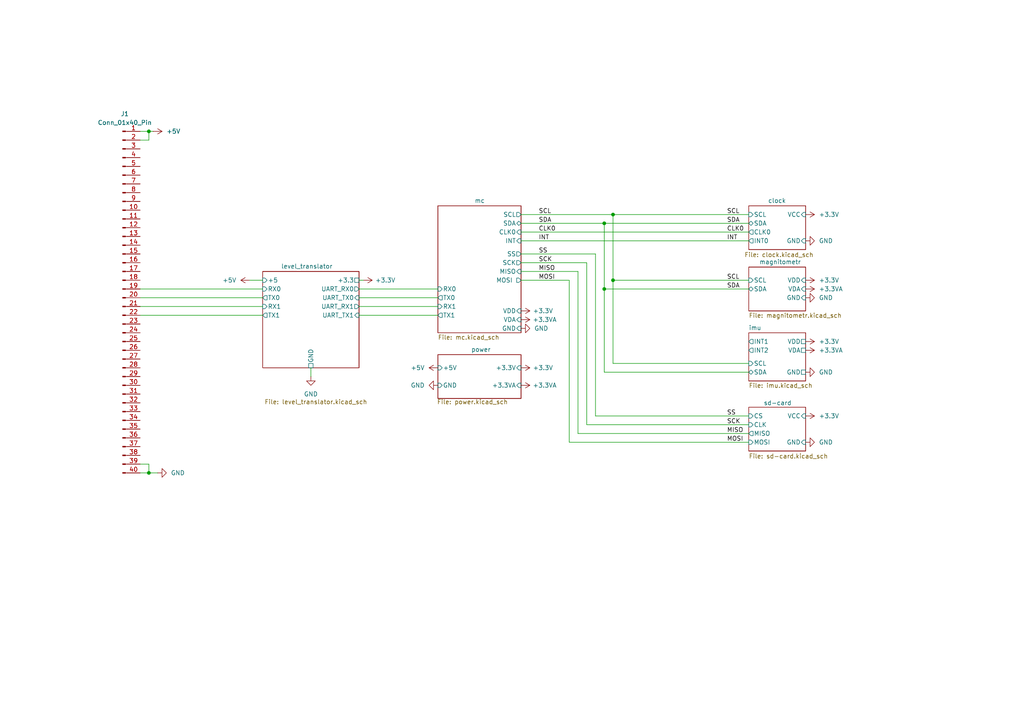
<source format=kicad_sch>
(kicad_sch
	(version 20250114)
	(generator "eeschema")
	(generator_version "9.0")
	(uuid "c590c88d-27c9-4e5a-a435-a42d9de70c1c")
	(paper "A4")
	(lib_symbols
		(symbol "Connector:Conn_01x40_Pin"
			(pin_names
				(offset 1.016)
				(hide yes)
			)
			(exclude_from_sim no)
			(in_bom yes)
			(on_board yes)
			(property "Reference" "J"
				(at 0 50.8 0)
				(effects
					(font
						(size 1.27 1.27)
					)
				)
			)
			(property "Value" "Conn_01x40_Pin"
				(at 0 -53.34 0)
				(effects
					(font
						(size 1.27 1.27)
					)
				)
			)
			(property "Footprint" ""
				(at 0 0 0)
				(effects
					(font
						(size 1.27 1.27)
					)
					(hide yes)
				)
			)
			(property "Datasheet" "~"
				(at 0 0 0)
				(effects
					(font
						(size 1.27 1.27)
					)
					(hide yes)
				)
			)
			(property "Description" "Generic connector, single row, 01x40, script generated"
				(at 0 0 0)
				(effects
					(font
						(size 1.27 1.27)
					)
					(hide yes)
				)
			)
			(property "ki_locked" ""
				(at 0 0 0)
				(effects
					(font
						(size 1.27 1.27)
					)
				)
			)
			(property "ki_keywords" "connector"
				(at 0 0 0)
				(effects
					(font
						(size 1.27 1.27)
					)
					(hide yes)
				)
			)
			(property "ki_fp_filters" "Connector*:*_1x??_*"
				(at 0 0 0)
				(effects
					(font
						(size 1.27 1.27)
					)
					(hide yes)
				)
			)
			(symbol "Conn_01x40_Pin_1_1"
				(rectangle
					(start 0.8636 48.387)
					(end 0 48.133)
					(stroke
						(width 0.1524)
						(type default)
					)
					(fill
						(type outline)
					)
				)
				(rectangle
					(start 0.8636 45.847)
					(end 0 45.593)
					(stroke
						(width 0.1524)
						(type default)
					)
					(fill
						(type outline)
					)
				)
				(rectangle
					(start 0.8636 43.307)
					(end 0 43.053)
					(stroke
						(width 0.1524)
						(type default)
					)
					(fill
						(type outline)
					)
				)
				(rectangle
					(start 0.8636 40.767)
					(end 0 40.513)
					(stroke
						(width 0.1524)
						(type default)
					)
					(fill
						(type outline)
					)
				)
				(rectangle
					(start 0.8636 38.227)
					(end 0 37.973)
					(stroke
						(width 0.1524)
						(type default)
					)
					(fill
						(type outline)
					)
				)
				(rectangle
					(start 0.8636 35.687)
					(end 0 35.433)
					(stroke
						(width 0.1524)
						(type default)
					)
					(fill
						(type outline)
					)
				)
				(rectangle
					(start 0.8636 33.147)
					(end 0 32.893)
					(stroke
						(width 0.1524)
						(type default)
					)
					(fill
						(type outline)
					)
				)
				(rectangle
					(start 0.8636 30.607)
					(end 0 30.353)
					(stroke
						(width 0.1524)
						(type default)
					)
					(fill
						(type outline)
					)
				)
				(rectangle
					(start 0.8636 28.067)
					(end 0 27.813)
					(stroke
						(width 0.1524)
						(type default)
					)
					(fill
						(type outline)
					)
				)
				(rectangle
					(start 0.8636 25.527)
					(end 0 25.273)
					(stroke
						(width 0.1524)
						(type default)
					)
					(fill
						(type outline)
					)
				)
				(rectangle
					(start 0.8636 22.987)
					(end 0 22.733)
					(stroke
						(width 0.1524)
						(type default)
					)
					(fill
						(type outline)
					)
				)
				(rectangle
					(start 0.8636 20.447)
					(end 0 20.193)
					(stroke
						(width 0.1524)
						(type default)
					)
					(fill
						(type outline)
					)
				)
				(rectangle
					(start 0.8636 17.907)
					(end 0 17.653)
					(stroke
						(width 0.1524)
						(type default)
					)
					(fill
						(type outline)
					)
				)
				(rectangle
					(start 0.8636 15.367)
					(end 0 15.113)
					(stroke
						(width 0.1524)
						(type default)
					)
					(fill
						(type outline)
					)
				)
				(rectangle
					(start 0.8636 12.827)
					(end 0 12.573)
					(stroke
						(width 0.1524)
						(type default)
					)
					(fill
						(type outline)
					)
				)
				(rectangle
					(start 0.8636 10.287)
					(end 0 10.033)
					(stroke
						(width 0.1524)
						(type default)
					)
					(fill
						(type outline)
					)
				)
				(rectangle
					(start 0.8636 7.747)
					(end 0 7.493)
					(stroke
						(width 0.1524)
						(type default)
					)
					(fill
						(type outline)
					)
				)
				(rectangle
					(start 0.8636 5.207)
					(end 0 4.953)
					(stroke
						(width 0.1524)
						(type default)
					)
					(fill
						(type outline)
					)
				)
				(rectangle
					(start 0.8636 2.667)
					(end 0 2.413)
					(stroke
						(width 0.1524)
						(type default)
					)
					(fill
						(type outline)
					)
				)
				(rectangle
					(start 0.8636 0.127)
					(end 0 -0.127)
					(stroke
						(width 0.1524)
						(type default)
					)
					(fill
						(type outline)
					)
				)
				(rectangle
					(start 0.8636 -2.413)
					(end 0 -2.667)
					(stroke
						(width 0.1524)
						(type default)
					)
					(fill
						(type outline)
					)
				)
				(rectangle
					(start 0.8636 -4.953)
					(end 0 -5.207)
					(stroke
						(width 0.1524)
						(type default)
					)
					(fill
						(type outline)
					)
				)
				(rectangle
					(start 0.8636 -7.493)
					(end 0 -7.747)
					(stroke
						(width 0.1524)
						(type default)
					)
					(fill
						(type outline)
					)
				)
				(rectangle
					(start 0.8636 -10.033)
					(end 0 -10.287)
					(stroke
						(width 0.1524)
						(type default)
					)
					(fill
						(type outline)
					)
				)
				(rectangle
					(start 0.8636 -12.573)
					(end 0 -12.827)
					(stroke
						(width 0.1524)
						(type default)
					)
					(fill
						(type outline)
					)
				)
				(rectangle
					(start 0.8636 -15.113)
					(end 0 -15.367)
					(stroke
						(width 0.1524)
						(type default)
					)
					(fill
						(type outline)
					)
				)
				(rectangle
					(start 0.8636 -17.653)
					(end 0 -17.907)
					(stroke
						(width 0.1524)
						(type default)
					)
					(fill
						(type outline)
					)
				)
				(rectangle
					(start 0.8636 -20.193)
					(end 0 -20.447)
					(stroke
						(width 0.1524)
						(type default)
					)
					(fill
						(type outline)
					)
				)
				(rectangle
					(start 0.8636 -22.733)
					(end 0 -22.987)
					(stroke
						(width 0.1524)
						(type default)
					)
					(fill
						(type outline)
					)
				)
				(rectangle
					(start 0.8636 -25.273)
					(end 0 -25.527)
					(stroke
						(width 0.1524)
						(type default)
					)
					(fill
						(type outline)
					)
				)
				(rectangle
					(start 0.8636 -27.813)
					(end 0 -28.067)
					(stroke
						(width 0.1524)
						(type default)
					)
					(fill
						(type outline)
					)
				)
				(rectangle
					(start 0.8636 -30.353)
					(end 0 -30.607)
					(stroke
						(width 0.1524)
						(type default)
					)
					(fill
						(type outline)
					)
				)
				(rectangle
					(start 0.8636 -32.893)
					(end 0 -33.147)
					(stroke
						(width 0.1524)
						(type default)
					)
					(fill
						(type outline)
					)
				)
				(rectangle
					(start 0.8636 -35.433)
					(end 0 -35.687)
					(stroke
						(width 0.1524)
						(type default)
					)
					(fill
						(type outline)
					)
				)
				(rectangle
					(start 0.8636 -37.973)
					(end 0 -38.227)
					(stroke
						(width 0.1524)
						(type default)
					)
					(fill
						(type outline)
					)
				)
				(rectangle
					(start 0.8636 -40.513)
					(end 0 -40.767)
					(stroke
						(width 0.1524)
						(type default)
					)
					(fill
						(type outline)
					)
				)
				(rectangle
					(start 0.8636 -43.053)
					(end 0 -43.307)
					(stroke
						(width 0.1524)
						(type default)
					)
					(fill
						(type outline)
					)
				)
				(rectangle
					(start 0.8636 -45.593)
					(end 0 -45.847)
					(stroke
						(width 0.1524)
						(type default)
					)
					(fill
						(type outline)
					)
				)
				(rectangle
					(start 0.8636 -48.133)
					(end 0 -48.387)
					(stroke
						(width 0.1524)
						(type default)
					)
					(fill
						(type outline)
					)
				)
				(rectangle
					(start 0.8636 -50.673)
					(end 0 -50.927)
					(stroke
						(width 0.1524)
						(type default)
					)
					(fill
						(type outline)
					)
				)
				(polyline
					(pts
						(xy 1.27 48.26) (xy 0.8636 48.26)
					)
					(stroke
						(width 0.1524)
						(type default)
					)
					(fill
						(type none)
					)
				)
				(polyline
					(pts
						(xy 1.27 45.72) (xy 0.8636 45.72)
					)
					(stroke
						(width 0.1524)
						(type default)
					)
					(fill
						(type none)
					)
				)
				(polyline
					(pts
						(xy 1.27 43.18) (xy 0.8636 43.18)
					)
					(stroke
						(width 0.1524)
						(type default)
					)
					(fill
						(type none)
					)
				)
				(polyline
					(pts
						(xy 1.27 40.64) (xy 0.8636 40.64)
					)
					(stroke
						(width 0.1524)
						(type default)
					)
					(fill
						(type none)
					)
				)
				(polyline
					(pts
						(xy 1.27 38.1) (xy 0.8636 38.1)
					)
					(stroke
						(width 0.1524)
						(type default)
					)
					(fill
						(type none)
					)
				)
				(polyline
					(pts
						(xy 1.27 35.56) (xy 0.8636 35.56)
					)
					(stroke
						(width 0.1524)
						(type default)
					)
					(fill
						(type none)
					)
				)
				(polyline
					(pts
						(xy 1.27 33.02) (xy 0.8636 33.02)
					)
					(stroke
						(width 0.1524)
						(type default)
					)
					(fill
						(type none)
					)
				)
				(polyline
					(pts
						(xy 1.27 30.48) (xy 0.8636 30.48)
					)
					(stroke
						(width 0.1524)
						(type default)
					)
					(fill
						(type none)
					)
				)
				(polyline
					(pts
						(xy 1.27 27.94) (xy 0.8636 27.94)
					)
					(stroke
						(width 0.1524)
						(type default)
					)
					(fill
						(type none)
					)
				)
				(polyline
					(pts
						(xy 1.27 25.4) (xy 0.8636 25.4)
					)
					(stroke
						(width 0.1524)
						(type default)
					)
					(fill
						(type none)
					)
				)
				(polyline
					(pts
						(xy 1.27 22.86) (xy 0.8636 22.86)
					)
					(stroke
						(width 0.1524)
						(type default)
					)
					(fill
						(type none)
					)
				)
				(polyline
					(pts
						(xy 1.27 20.32) (xy 0.8636 20.32)
					)
					(stroke
						(width 0.1524)
						(type default)
					)
					(fill
						(type none)
					)
				)
				(polyline
					(pts
						(xy 1.27 17.78) (xy 0.8636 17.78)
					)
					(stroke
						(width 0.1524)
						(type default)
					)
					(fill
						(type none)
					)
				)
				(polyline
					(pts
						(xy 1.27 15.24) (xy 0.8636 15.24)
					)
					(stroke
						(width 0.1524)
						(type default)
					)
					(fill
						(type none)
					)
				)
				(polyline
					(pts
						(xy 1.27 12.7) (xy 0.8636 12.7)
					)
					(stroke
						(width 0.1524)
						(type default)
					)
					(fill
						(type none)
					)
				)
				(polyline
					(pts
						(xy 1.27 10.16) (xy 0.8636 10.16)
					)
					(stroke
						(width 0.1524)
						(type default)
					)
					(fill
						(type none)
					)
				)
				(polyline
					(pts
						(xy 1.27 7.62) (xy 0.8636 7.62)
					)
					(stroke
						(width 0.1524)
						(type default)
					)
					(fill
						(type none)
					)
				)
				(polyline
					(pts
						(xy 1.27 5.08) (xy 0.8636 5.08)
					)
					(stroke
						(width 0.1524)
						(type default)
					)
					(fill
						(type none)
					)
				)
				(polyline
					(pts
						(xy 1.27 2.54) (xy 0.8636 2.54)
					)
					(stroke
						(width 0.1524)
						(type default)
					)
					(fill
						(type none)
					)
				)
				(polyline
					(pts
						(xy 1.27 0) (xy 0.8636 0)
					)
					(stroke
						(width 0.1524)
						(type default)
					)
					(fill
						(type none)
					)
				)
				(polyline
					(pts
						(xy 1.27 -2.54) (xy 0.8636 -2.54)
					)
					(stroke
						(width 0.1524)
						(type default)
					)
					(fill
						(type none)
					)
				)
				(polyline
					(pts
						(xy 1.27 -5.08) (xy 0.8636 -5.08)
					)
					(stroke
						(width 0.1524)
						(type default)
					)
					(fill
						(type none)
					)
				)
				(polyline
					(pts
						(xy 1.27 -7.62) (xy 0.8636 -7.62)
					)
					(stroke
						(width 0.1524)
						(type default)
					)
					(fill
						(type none)
					)
				)
				(polyline
					(pts
						(xy 1.27 -10.16) (xy 0.8636 -10.16)
					)
					(stroke
						(width 0.1524)
						(type default)
					)
					(fill
						(type none)
					)
				)
				(polyline
					(pts
						(xy 1.27 -12.7) (xy 0.8636 -12.7)
					)
					(stroke
						(width 0.1524)
						(type default)
					)
					(fill
						(type none)
					)
				)
				(polyline
					(pts
						(xy 1.27 -15.24) (xy 0.8636 -15.24)
					)
					(stroke
						(width 0.1524)
						(type default)
					)
					(fill
						(type none)
					)
				)
				(polyline
					(pts
						(xy 1.27 -17.78) (xy 0.8636 -17.78)
					)
					(stroke
						(width 0.1524)
						(type default)
					)
					(fill
						(type none)
					)
				)
				(polyline
					(pts
						(xy 1.27 -20.32) (xy 0.8636 -20.32)
					)
					(stroke
						(width 0.1524)
						(type default)
					)
					(fill
						(type none)
					)
				)
				(polyline
					(pts
						(xy 1.27 -22.86) (xy 0.8636 -22.86)
					)
					(stroke
						(width 0.1524)
						(type default)
					)
					(fill
						(type none)
					)
				)
				(polyline
					(pts
						(xy 1.27 -25.4) (xy 0.8636 -25.4)
					)
					(stroke
						(width 0.1524)
						(type default)
					)
					(fill
						(type none)
					)
				)
				(polyline
					(pts
						(xy 1.27 -27.94) (xy 0.8636 -27.94)
					)
					(stroke
						(width 0.1524)
						(type default)
					)
					(fill
						(type none)
					)
				)
				(polyline
					(pts
						(xy 1.27 -30.48) (xy 0.8636 -30.48)
					)
					(stroke
						(width 0.1524)
						(type default)
					)
					(fill
						(type none)
					)
				)
				(polyline
					(pts
						(xy 1.27 -33.02) (xy 0.8636 -33.02)
					)
					(stroke
						(width 0.1524)
						(type default)
					)
					(fill
						(type none)
					)
				)
				(polyline
					(pts
						(xy 1.27 -35.56) (xy 0.8636 -35.56)
					)
					(stroke
						(width 0.1524)
						(type default)
					)
					(fill
						(type none)
					)
				)
				(polyline
					(pts
						(xy 1.27 -38.1) (xy 0.8636 -38.1)
					)
					(stroke
						(width 0.1524)
						(type default)
					)
					(fill
						(type none)
					)
				)
				(polyline
					(pts
						(xy 1.27 -40.64) (xy 0.8636 -40.64)
					)
					(stroke
						(width 0.1524)
						(type default)
					)
					(fill
						(type none)
					)
				)
				(polyline
					(pts
						(xy 1.27 -43.18) (xy 0.8636 -43.18)
					)
					(stroke
						(width 0.1524)
						(type default)
					)
					(fill
						(type none)
					)
				)
				(polyline
					(pts
						(xy 1.27 -45.72) (xy 0.8636 -45.72)
					)
					(stroke
						(width 0.1524)
						(type default)
					)
					(fill
						(type none)
					)
				)
				(polyline
					(pts
						(xy 1.27 -48.26) (xy 0.8636 -48.26)
					)
					(stroke
						(width 0.1524)
						(type default)
					)
					(fill
						(type none)
					)
				)
				(polyline
					(pts
						(xy 1.27 -50.8) (xy 0.8636 -50.8)
					)
					(stroke
						(width 0.1524)
						(type default)
					)
					(fill
						(type none)
					)
				)
				(pin passive line
					(at 5.08 48.26 180)
					(length 3.81)
					(name "Pin_1"
						(effects
							(font
								(size 1.27 1.27)
							)
						)
					)
					(number "1"
						(effects
							(font
								(size 1.27 1.27)
							)
						)
					)
				)
				(pin passive line
					(at 5.08 45.72 180)
					(length 3.81)
					(name "Pin_2"
						(effects
							(font
								(size 1.27 1.27)
							)
						)
					)
					(number "2"
						(effects
							(font
								(size 1.27 1.27)
							)
						)
					)
				)
				(pin passive line
					(at 5.08 43.18 180)
					(length 3.81)
					(name "Pin_3"
						(effects
							(font
								(size 1.27 1.27)
							)
						)
					)
					(number "3"
						(effects
							(font
								(size 1.27 1.27)
							)
						)
					)
				)
				(pin passive line
					(at 5.08 40.64 180)
					(length 3.81)
					(name "Pin_4"
						(effects
							(font
								(size 1.27 1.27)
							)
						)
					)
					(number "4"
						(effects
							(font
								(size 1.27 1.27)
							)
						)
					)
				)
				(pin passive line
					(at 5.08 38.1 180)
					(length 3.81)
					(name "Pin_5"
						(effects
							(font
								(size 1.27 1.27)
							)
						)
					)
					(number "5"
						(effects
							(font
								(size 1.27 1.27)
							)
						)
					)
				)
				(pin passive line
					(at 5.08 35.56 180)
					(length 3.81)
					(name "Pin_6"
						(effects
							(font
								(size 1.27 1.27)
							)
						)
					)
					(number "6"
						(effects
							(font
								(size 1.27 1.27)
							)
						)
					)
				)
				(pin passive line
					(at 5.08 33.02 180)
					(length 3.81)
					(name "Pin_7"
						(effects
							(font
								(size 1.27 1.27)
							)
						)
					)
					(number "7"
						(effects
							(font
								(size 1.27 1.27)
							)
						)
					)
				)
				(pin passive line
					(at 5.08 30.48 180)
					(length 3.81)
					(name "Pin_8"
						(effects
							(font
								(size 1.27 1.27)
							)
						)
					)
					(number "8"
						(effects
							(font
								(size 1.27 1.27)
							)
						)
					)
				)
				(pin passive line
					(at 5.08 27.94 180)
					(length 3.81)
					(name "Pin_9"
						(effects
							(font
								(size 1.27 1.27)
							)
						)
					)
					(number "9"
						(effects
							(font
								(size 1.27 1.27)
							)
						)
					)
				)
				(pin passive line
					(at 5.08 25.4 180)
					(length 3.81)
					(name "Pin_10"
						(effects
							(font
								(size 1.27 1.27)
							)
						)
					)
					(number "10"
						(effects
							(font
								(size 1.27 1.27)
							)
						)
					)
				)
				(pin passive line
					(at 5.08 22.86 180)
					(length 3.81)
					(name "Pin_11"
						(effects
							(font
								(size 1.27 1.27)
							)
						)
					)
					(number "11"
						(effects
							(font
								(size 1.27 1.27)
							)
						)
					)
				)
				(pin passive line
					(at 5.08 20.32 180)
					(length 3.81)
					(name "Pin_12"
						(effects
							(font
								(size 1.27 1.27)
							)
						)
					)
					(number "12"
						(effects
							(font
								(size 1.27 1.27)
							)
						)
					)
				)
				(pin passive line
					(at 5.08 17.78 180)
					(length 3.81)
					(name "Pin_13"
						(effects
							(font
								(size 1.27 1.27)
							)
						)
					)
					(number "13"
						(effects
							(font
								(size 1.27 1.27)
							)
						)
					)
				)
				(pin passive line
					(at 5.08 15.24 180)
					(length 3.81)
					(name "Pin_14"
						(effects
							(font
								(size 1.27 1.27)
							)
						)
					)
					(number "14"
						(effects
							(font
								(size 1.27 1.27)
							)
						)
					)
				)
				(pin passive line
					(at 5.08 12.7 180)
					(length 3.81)
					(name "Pin_15"
						(effects
							(font
								(size 1.27 1.27)
							)
						)
					)
					(number "15"
						(effects
							(font
								(size 1.27 1.27)
							)
						)
					)
				)
				(pin passive line
					(at 5.08 10.16 180)
					(length 3.81)
					(name "Pin_16"
						(effects
							(font
								(size 1.27 1.27)
							)
						)
					)
					(number "16"
						(effects
							(font
								(size 1.27 1.27)
							)
						)
					)
				)
				(pin passive line
					(at 5.08 7.62 180)
					(length 3.81)
					(name "Pin_17"
						(effects
							(font
								(size 1.27 1.27)
							)
						)
					)
					(number "17"
						(effects
							(font
								(size 1.27 1.27)
							)
						)
					)
				)
				(pin passive line
					(at 5.08 5.08 180)
					(length 3.81)
					(name "Pin_18"
						(effects
							(font
								(size 1.27 1.27)
							)
						)
					)
					(number "18"
						(effects
							(font
								(size 1.27 1.27)
							)
						)
					)
				)
				(pin passive line
					(at 5.08 2.54 180)
					(length 3.81)
					(name "Pin_19"
						(effects
							(font
								(size 1.27 1.27)
							)
						)
					)
					(number "19"
						(effects
							(font
								(size 1.27 1.27)
							)
						)
					)
				)
				(pin passive line
					(at 5.08 0 180)
					(length 3.81)
					(name "Pin_20"
						(effects
							(font
								(size 1.27 1.27)
							)
						)
					)
					(number "20"
						(effects
							(font
								(size 1.27 1.27)
							)
						)
					)
				)
				(pin passive line
					(at 5.08 -2.54 180)
					(length 3.81)
					(name "Pin_21"
						(effects
							(font
								(size 1.27 1.27)
							)
						)
					)
					(number "21"
						(effects
							(font
								(size 1.27 1.27)
							)
						)
					)
				)
				(pin passive line
					(at 5.08 -5.08 180)
					(length 3.81)
					(name "Pin_22"
						(effects
							(font
								(size 1.27 1.27)
							)
						)
					)
					(number "22"
						(effects
							(font
								(size 1.27 1.27)
							)
						)
					)
				)
				(pin passive line
					(at 5.08 -7.62 180)
					(length 3.81)
					(name "Pin_23"
						(effects
							(font
								(size 1.27 1.27)
							)
						)
					)
					(number "23"
						(effects
							(font
								(size 1.27 1.27)
							)
						)
					)
				)
				(pin passive line
					(at 5.08 -10.16 180)
					(length 3.81)
					(name "Pin_24"
						(effects
							(font
								(size 1.27 1.27)
							)
						)
					)
					(number "24"
						(effects
							(font
								(size 1.27 1.27)
							)
						)
					)
				)
				(pin passive line
					(at 5.08 -12.7 180)
					(length 3.81)
					(name "Pin_25"
						(effects
							(font
								(size 1.27 1.27)
							)
						)
					)
					(number "25"
						(effects
							(font
								(size 1.27 1.27)
							)
						)
					)
				)
				(pin passive line
					(at 5.08 -15.24 180)
					(length 3.81)
					(name "Pin_26"
						(effects
							(font
								(size 1.27 1.27)
							)
						)
					)
					(number "26"
						(effects
							(font
								(size 1.27 1.27)
							)
						)
					)
				)
				(pin passive line
					(at 5.08 -17.78 180)
					(length 3.81)
					(name "Pin_27"
						(effects
							(font
								(size 1.27 1.27)
							)
						)
					)
					(number "27"
						(effects
							(font
								(size 1.27 1.27)
							)
						)
					)
				)
				(pin passive line
					(at 5.08 -20.32 180)
					(length 3.81)
					(name "Pin_28"
						(effects
							(font
								(size 1.27 1.27)
							)
						)
					)
					(number "28"
						(effects
							(font
								(size 1.27 1.27)
							)
						)
					)
				)
				(pin passive line
					(at 5.08 -22.86 180)
					(length 3.81)
					(name "Pin_29"
						(effects
							(font
								(size 1.27 1.27)
							)
						)
					)
					(number "29"
						(effects
							(font
								(size 1.27 1.27)
							)
						)
					)
				)
				(pin passive line
					(at 5.08 -25.4 180)
					(length 3.81)
					(name "Pin_30"
						(effects
							(font
								(size 1.27 1.27)
							)
						)
					)
					(number "30"
						(effects
							(font
								(size 1.27 1.27)
							)
						)
					)
				)
				(pin passive line
					(at 5.08 -27.94 180)
					(length 3.81)
					(name "Pin_31"
						(effects
							(font
								(size 1.27 1.27)
							)
						)
					)
					(number "31"
						(effects
							(font
								(size 1.27 1.27)
							)
						)
					)
				)
				(pin passive line
					(at 5.08 -30.48 180)
					(length 3.81)
					(name "Pin_32"
						(effects
							(font
								(size 1.27 1.27)
							)
						)
					)
					(number "32"
						(effects
							(font
								(size 1.27 1.27)
							)
						)
					)
				)
				(pin passive line
					(at 5.08 -33.02 180)
					(length 3.81)
					(name "Pin_33"
						(effects
							(font
								(size 1.27 1.27)
							)
						)
					)
					(number "33"
						(effects
							(font
								(size 1.27 1.27)
							)
						)
					)
				)
				(pin passive line
					(at 5.08 -35.56 180)
					(length 3.81)
					(name "Pin_34"
						(effects
							(font
								(size 1.27 1.27)
							)
						)
					)
					(number "34"
						(effects
							(font
								(size 1.27 1.27)
							)
						)
					)
				)
				(pin passive line
					(at 5.08 -38.1 180)
					(length 3.81)
					(name "Pin_35"
						(effects
							(font
								(size 1.27 1.27)
							)
						)
					)
					(number "35"
						(effects
							(font
								(size 1.27 1.27)
							)
						)
					)
				)
				(pin passive line
					(at 5.08 -40.64 180)
					(length 3.81)
					(name "Pin_36"
						(effects
							(font
								(size 1.27 1.27)
							)
						)
					)
					(number "36"
						(effects
							(font
								(size 1.27 1.27)
							)
						)
					)
				)
				(pin passive line
					(at 5.08 -43.18 180)
					(length 3.81)
					(name "Pin_37"
						(effects
							(font
								(size 1.27 1.27)
							)
						)
					)
					(number "37"
						(effects
							(font
								(size 1.27 1.27)
							)
						)
					)
				)
				(pin passive line
					(at 5.08 -45.72 180)
					(length 3.81)
					(name "Pin_38"
						(effects
							(font
								(size 1.27 1.27)
							)
						)
					)
					(number "38"
						(effects
							(font
								(size 1.27 1.27)
							)
						)
					)
				)
				(pin passive line
					(at 5.08 -48.26 180)
					(length 3.81)
					(name "Pin_39"
						(effects
							(font
								(size 1.27 1.27)
							)
						)
					)
					(number "39"
						(effects
							(font
								(size 1.27 1.27)
							)
						)
					)
				)
				(pin passive line
					(at 5.08 -50.8 180)
					(length 3.81)
					(name "Pin_40"
						(effects
							(font
								(size 1.27 1.27)
							)
						)
					)
					(number "40"
						(effects
							(font
								(size 1.27 1.27)
							)
						)
					)
				)
			)
			(embedded_fonts no)
		)
		(symbol "power:+3.3V"
			(power)
			(pin_numbers
				(hide yes)
			)
			(pin_names
				(offset 0)
				(hide yes)
			)
			(exclude_from_sim no)
			(in_bom yes)
			(on_board yes)
			(property "Reference" "#PWR"
				(at 0 -3.81 0)
				(effects
					(font
						(size 1.27 1.27)
					)
					(hide yes)
				)
			)
			(property "Value" "+3.3V"
				(at 0 3.556 0)
				(effects
					(font
						(size 1.27 1.27)
					)
				)
			)
			(property "Footprint" ""
				(at 0 0 0)
				(effects
					(font
						(size 1.27 1.27)
					)
					(hide yes)
				)
			)
			(property "Datasheet" ""
				(at 0 0 0)
				(effects
					(font
						(size 1.27 1.27)
					)
					(hide yes)
				)
			)
			(property "Description" "Power symbol creates a global label with name \"+3.3V\""
				(at 0 0 0)
				(effects
					(font
						(size 1.27 1.27)
					)
					(hide yes)
				)
			)
			(property "ki_keywords" "global power"
				(at 0 0 0)
				(effects
					(font
						(size 1.27 1.27)
					)
					(hide yes)
				)
			)
			(symbol "+3.3V_0_1"
				(polyline
					(pts
						(xy -0.762 1.27) (xy 0 2.54)
					)
					(stroke
						(width 0)
						(type default)
					)
					(fill
						(type none)
					)
				)
				(polyline
					(pts
						(xy 0 2.54) (xy 0.762 1.27)
					)
					(stroke
						(width 0)
						(type default)
					)
					(fill
						(type none)
					)
				)
				(polyline
					(pts
						(xy 0 0) (xy 0 2.54)
					)
					(stroke
						(width 0)
						(type default)
					)
					(fill
						(type none)
					)
				)
			)
			(symbol "+3.3V_1_1"
				(pin power_in line
					(at 0 0 90)
					(length 0)
					(name "~"
						(effects
							(font
								(size 1.27 1.27)
							)
						)
					)
					(number "1"
						(effects
							(font
								(size 1.27 1.27)
							)
						)
					)
				)
			)
			(embedded_fonts no)
		)
		(symbol "power:+3.3VA"
			(power)
			(pin_numbers
				(hide yes)
			)
			(pin_names
				(offset 0)
				(hide yes)
			)
			(exclude_from_sim no)
			(in_bom yes)
			(on_board yes)
			(property "Reference" "#PWR"
				(at 0 -3.81 0)
				(effects
					(font
						(size 1.27 1.27)
					)
					(hide yes)
				)
			)
			(property "Value" "+3.3VA"
				(at 0 3.556 0)
				(effects
					(font
						(size 1.27 1.27)
					)
				)
			)
			(property "Footprint" ""
				(at 0 0 0)
				(effects
					(font
						(size 1.27 1.27)
					)
					(hide yes)
				)
			)
			(property "Datasheet" ""
				(at 0 0 0)
				(effects
					(font
						(size 1.27 1.27)
					)
					(hide yes)
				)
			)
			(property "Description" "Power symbol creates a global label with name \"+3.3VA\""
				(at 0 0 0)
				(effects
					(font
						(size 1.27 1.27)
					)
					(hide yes)
				)
			)
			(property "ki_keywords" "global power"
				(at 0 0 0)
				(effects
					(font
						(size 1.27 1.27)
					)
					(hide yes)
				)
			)
			(symbol "+3.3VA_0_1"
				(polyline
					(pts
						(xy -0.762 1.27) (xy 0 2.54)
					)
					(stroke
						(width 0)
						(type default)
					)
					(fill
						(type none)
					)
				)
				(polyline
					(pts
						(xy 0 2.54) (xy 0.762 1.27)
					)
					(stroke
						(width 0)
						(type default)
					)
					(fill
						(type none)
					)
				)
				(polyline
					(pts
						(xy 0 0) (xy 0 2.54)
					)
					(stroke
						(width 0)
						(type default)
					)
					(fill
						(type none)
					)
				)
			)
			(symbol "+3.3VA_1_1"
				(pin power_in line
					(at 0 0 90)
					(length 0)
					(name "~"
						(effects
							(font
								(size 1.27 1.27)
							)
						)
					)
					(number "1"
						(effects
							(font
								(size 1.27 1.27)
							)
						)
					)
				)
			)
			(embedded_fonts no)
		)
		(symbol "power:+5V"
			(power)
			(pin_numbers
				(hide yes)
			)
			(pin_names
				(offset 0)
				(hide yes)
			)
			(exclude_from_sim no)
			(in_bom yes)
			(on_board yes)
			(property "Reference" "#PWR"
				(at 0 -3.81 0)
				(effects
					(font
						(size 1.27 1.27)
					)
					(hide yes)
				)
			)
			(property "Value" "+5V"
				(at 0 3.556 0)
				(effects
					(font
						(size 1.27 1.27)
					)
				)
			)
			(property "Footprint" ""
				(at 0 0 0)
				(effects
					(font
						(size 1.27 1.27)
					)
					(hide yes)
				)
			)
			(property "Datasheet" ""
				(at 0 0 0)
				(effects
					(font
						(size 1.27 1.27)
					)
					(hide yes)
				)
			)
			(property "Description" "Power symbol creates a global label with name \"+5V\""
				(at 0 0 0)
				(effects
					(font
						(size 1.27 1.27)
					)
					(hide yes)
				)
			)
			(property "ki_keywords" "global power"
				(at 0 0 0)
				(effects
					(font
						(size 1.27 1.27)
					)
					(hide yes)
				)
			)
			(symbol "+5V_0_1"
				(polyline
					(pts
						(xy -0.762 1.27) (xy 0 2.54)
					)
					(stroke
						(width 0)
						(type default)
					)
					(fill
						(type none)
					)
				)
				(polyline
					(pts
						(xy 0 2.54) (xy 0.762 1.27)
					)
					(stroke
						(width 0)
						(type default)
					)
					(fill
						(type none)
					)
				)
				(polyline
					(pts
						(xy 0 0) (xy 0 2.54)
					)
					(stroke
						(width 0)
						(type default)
					)
					(fill
						(type none)
					)
				)
			)
			(symbol "+5V_1_1"
				(pin power_in line
					(at 0 0 90)
					(length 0)
					(name "~"
						(effects
							(font
								(size 1.27 1.27)
							)
						)
					)
					(number "1"
						(effects
							(font
								(size 1.27 1.27)
							)
						)
					)
				)
			)
			(embedded_fonts no)
		)
		(symbol "power:GND"
			(power)
			(pin_numbers
				(hide yes)
			)
			(pin_names
				(offset 0)
				(hide yes)
			)
			(exclude_from_sim no)
			(in_bom yes)
			(on_board yes)
			(property "Reference" "#PWR"
				(at 0 -6.35 0)
				(effects
					(font
						(size 1.27 1.27)
					)
					(hide yes)
				)
			)
			(property "Value" "GND"
				(at 0 -3.81 0)
				(effects
					(font
						(size 1.27 1.27)
					)
				)
			)
			(property "Footprint" ""
				(at 0 0 0)
				(effects
					(font
						(size 1.27 1.27)
					)
					(hide yes)
				)
			)
			(property "Datasheet" ""
				(at 0 0 0)
				(effects
					(font
						(size 1.27 1.27)
					)
					(hide yes)
				)
			)
			(property "Description" "Power symbol creates a global label with name \"GND\" , ground"
				(at 0 0 0)
				(effects
					(font
						(size 1.27 1.27)
					)
					(hide yes)
				)
			)
			(property "ki_keywords" "global power"
				(at 0 0 0)
				(effects
					(font
						(size 1.27 1.27)
					)
					(hide yes)
				)
			)
			(symbol "GND_0_1"
				(polyline
					(pts
						(xy 0 0) (xy 0 -1.27) (xy 1.27 -1.27) (xy 0 -2.54) (xy -1.27 -1.27) (xy 0 -1.27)
					)
					(stroke
						(width 0)
						(type default)
					)
					(fill
						(type none)
					)
				)
			)
			(symbol "GND_1_1"
				(pin power_in line
					(at 0 0 270)
					(length 0)
					(name "~"
						(effects
							(font
								(size 1.27 1.27)
							)
						)
					)
					(number "1"
						(effects
							(font
								(size 1.27 1.27)
							)
						)
					)
				)
			)
			(embedded_fonts no)
		)
	)
	(junction
		(at 43.18 38.1)
		(diameter 0)
		(color 0 0 0 0)
		(uuid "0ebea38c-bccc-48a7-80df-47825d89cecd")
	)
	(junction
		(at 177.8 62.23)
		(diameter 0)
		(color 0 0 0 0)
		(uuid "17ef707a-fa1b-445b-b310-2101ee7cba89")
	)
	(junction
		(at 175.26 64.77)
		(diameter 0)
		(color 0 0 0 0)
		(uuid "45efac91-c36e-4bef-90ea-0187d5ac121f")
	)
	(junction
		(at 177.8 81.28)
		(diameter 0)
		(color 0 0 0 0)
		(uuid "6888b1fd-f91a-438c-aa16-878da2f76e4d")
	)
	(junction
		(at 175.26 83.82)
		(diameter 0)
		(color 0 0 0 0)
		(uuid "8ae5a118-a753-467e-9fe3-dc34f28f55fc")
	)
	(junction
		(at 43.18 137.16)
		(diameter 0)
		(color 0 0 0 0)
		(uuid "9c294277-0b64-460c-ba74-6a8f08309c66")
	)
	(wire
		(pts
			(xy 175.26 83.82) (xy 217.17 83.82)
		)
		(stroke
			(width 0)
			(type default)
		)
		(uuid "03ef2f5c-2033-41c8-8f20-6d10f2887bd9")
	)
	(wire
		(pts
			(xy 40.64 83.82) (xy 76.2 83.82)
		)
		(stroke
			(width 0)
			(type default)
		)
		(uuid "0e325e13-e5ec-46bb-a4c1-eba42fa8839f")
	)
	(wire
		(pts
			(xy 40.64 38.1) (xy 43.18 38.1)
		)
		(stroke
			(width 0)
			(type default)
		)
		(uuid "13b87ddd-a449-4682-a4e9-e1ea280deb11")
	)
	(wire
		(pts
			(xy 217.17 107.95) (xy 175.26 107.95)
		)
		(stroke
			(width 0)
			(type default)
		)
		(uuid "19c1b6dd-72dc-4f0b-9de2-2448128c15c9")
	)
	(wire
		(pts
			(xy 151.13 64.77) (xy 175.26 64.77)
		)
		(stroke
			(width 0)
			(type default)
		)
		(uuid "1e7a968f-6f08-4050-b4fb-efc5bff84170")
	)
	(wire
		(pts
			(xy 170.18 76.2) (xy 170.18 123.19)
		)
		(stroke
			(width 0)
			(type default)
		)
		(uuid "275babf8-90a1-4f6c-8ad9-42684a58407d")
	)
	(wire
		(pts
			(xy 151.13 78.74) (xy 167.64 78.74)
		)
		(stroke
			(width 0)
			(type default)
		)
		(uuid "2c57abf5-e9ac-4fc2-9ca0-b7f9e248629e")
	)
	(wire
		(pts
			(xy 151.13 67.31) (xy 217.17 67.31)
		)
		(stroke
			(width 0)
			(type default)
		)
		(uuid "2f1a8830-d7fa-4b6f-a341-ae641cb26453")
	)
	(wire
		(pts
			(xy 177.8 105.41) (xy 177.8 81.28)
		)
		(stroke
			(width 0)
			(type default)
		)
		(uuid "2f905b2e-cf47-4b5f-8cda-566a4d7ac74b")
	)
	(wire
		(pts
			(xy 43.18 137.16) (xy 45.72 137.16)
		)
		(stroke
			(width 0)
			(type default)
		)
		(uuid "316d9a5a-787a-465e-973d-a1c74d620e8a")
	)
	(wire
		(pts
			(xy 151.13 69.85) (xy 217.17 69.85)
		)
		(stroke
			(width 0)
			(type default)
		)
		(uuid "3790eeec-11c9-479e-b7cc-f1d3ae6334c0")
	)
	(wire
		(pts
			(xy 105.41 81.28) (xy 104.14 81.28)
		)
		(stroke
			(width 0)
			(type default)
		)
		(uuid "44fa53ff-74b0-40e5-9544-99a83b74bba3")
	)
	(wire
		(pts
			(xy 177.8 62.23) (xy 177.8 81.28)
		)
		(stroke
			(width 0)
			(type default)
		)
		(uuid "4607e62d-5405-499c-99a9-866a90f38386")
	)
	(wire
		(pts
			(xy 170.18 123.19) (xy 217.17 123.19)
		)
		(stroke
			(width 0)
			(type default)
		)
		(uuid "465e382c-f4e4-4e29-af1a-1c0fe860ca7f")
	)
	(wire
		(pts
			(xy 177.8 81.28) (xy 217.17 81.28)
		)
		(stroke
			(width 0)
			(type default)
		)
		(uuid "4acad466-b00b-4d36-a2ab-4676f116efb3")
	)
	(wire
		(pts
			(xy 167.64 125.73) (xy 217.17 125.73)
		)
		(stroke
			(width 0)
			(type default)
		)
		(uuid "4f1bc274-896c-46f1-8dfd-c0d62332c406")
	)
	(wire
		(pts
			(xy 175.26 64.77) (xy 217.17 64.77)
		)
		(stroke
			(width 0)
			(type default)
		)
		(uuid "57f79f75-189b-4ef3-9575-ecbe7d496888")
	)
	(wire
		(pts
			(xy 172.72 120.65) (xy 217.17 120.65)
		)
		(stroke
			(width 0)
			(type default)
		)
		(uuid "59cd56c7-d1da-4877-82dc-195dec3db8f4")
	)
	(wire
		(pts
			(xy 104.14 91.44) (xy 127 91.44)
		)
		(stroke
			(width 0)
			(type default)
		)
		(uuid "5e81181c-7058-4bb0-a52e-2a702ca02b32")
	)
	(wire
		(pts
			(xy 104.14 83.82) (xy 127 83.82)
		)
		(stroke
			(width 0)
			(type default)
		)
		(uuid "65f31981-3233-46f0-8692-d022149e1ed0")
	)
	(wire
		(pts
			(xy 217.17 105.41) (xy 177.8 105.41)
		)
		(stroke
			(width 0)
			(type default)
		)
		(uuid "6dfbcf35-4df1-4956-83aa-67d4a5383e29")
	)
	(wire
		(pts
			(xy 40.64 86.36) (xy 76.2 86.36)
		)
		(stroke
			(width 0)
			(type default)
		)
		(uuid "702c1f84-b0ea-472f-96c2-f237d8914263")
	)
	(wire
		(pts
			(xy 40.64 134.62) (xy 43.18 134.62)
		)
		(stroke
			(width 0)
			(type default)
		)
		(uuid "7642dcd6-a636-4dee-b1e1-91799d4e950d")
	)
	(wire
		(pts
			(xy 151.13 76.2) (xy 170.18 76.2)
		)
		(stroke
			(width 0)
			(type default)
		)
		(uuid "77458458-79bd-4c8a-a071-d8e11ae97afb")
	)
	(wire
		(pts
			(xy 72.39 81.28) (xy 76.2 81.28)
		)
		(stroke
			(width 0)
			(type default)
		)
		(uuid "77560974-8dd7-4105-a42c-5bd4853278a7")
	)
	(wire
		(pts
			(xy 90.17 106.68) (xy 90.17 109.22)
		)
		(stroke
			(width 0)
			(type default)
		)
		(uuid "78934827-6a53-4932-9882-b3dc5ddf6395")
	)
	(wire
		(pts
			(xy 43.18 134.62) (xy 43.18 137.16)
		)
		(stroke
			(width 0)
			(type default)
		)
		(uuid "85663eae-97d7-4934-94b2-6a22e8fd40f8")
	)
	(wire
		(pts
			(xy 151.13 73.66) (xy 172.72 73.66)
		)
		(stroke
			(width 0)
			(type default)
		)
		(uuid "99ee9e23-0ddb-4cf2-9e68-166a14913280")
	)
	(wire
		(pts
			(xy 172.72 73.66) (xy 172.72 120.65)
		)
		(stroke
			(width 0)
			(type default)
		)
		(uuid "a260079f-0883-411a-a2a3-43e63452a695")
	)
	(wire
		(pts
			(xy 151.13 81.28) (xy 165.1 81.28)
		)
		(stroke
			(width 0)
			(type default)
		)
		(uuid "a3a578e8-faca-4397-a542-6e7b638d6357")
	)
	(wire
		(pts
			(xy 43.18 40.64) (xy 43.18 38.1)
		)
		(stroke
			(width 0)
			(type default)
		)
		(uuid "a834f56d-9f90-49f5-9aa2-e05483c22253")
	)
	(wire
		(pts
			(xy 40.64 91.44) (xy 76.2 91.44)
		)
		(stroke
			(width 0)
			(type default)
		)
		(uuid "a8aa9ca4-63d9-485b-bf35-e4011bb3a317")
	)
	(wire
		(pts
			(xy 151.13 62.23) (xy 177.8 62.23)
		)
		(stroke
			(width 0)
			(type default)
		)
		(uuid "b4ba1f2a-6c05-460c-9318-20648df92d02")
	)
	(wire
		(pts
			(xy 177.8 62.23) (xy 217.17 62.23)
		)
		(stroke
			(width 0)
			(type default)
		)
		(uuid "bfdba3c6-349a-46d3-975e-17eaede4f69b")
	)
	(wire
		(pts
			(xy 167.64 78.74) (xy 167.64 125.73)
		)
		(stroke
			(width 0)
			(type default)
		)
		(uuid "ccd4f720-4ced-418c-ad6b-39ab9f49e44d")
	)
	(wire
		(pts
			(xy 104.14 88.9) (xy 127 88.9)
		)
		(stroke
			(width 0)
			(type default)
		)
		(uuid "cef2ef06-9568-4821-b050-18f760c2ceb8")
	)
	(wire
		(pts
			(xy 104.14 86.36) (xy 127 86.36)
		)
		(stroke
			(width 0)
			(type default)
		)
		(uuid "cf5c3599-8636-44f2-83cb-55c548bcf76c")
	)
	(wire
		(pts
			(xy 40.64 88.9) (xy 76.2 88.9)
		)
		(stroke
			(width 0)
			(type default)
		)
		(uuid "d4651927-936a-4404-9cad-ec4f304c9261")
	)
	(wire
		(pts
			(xy 40.64 40.64) (xy 43.18 40.64)
		)
		(stroke
			(width 0)
			(type default)
		)
		(uuid "dad9cf21-c04f-484d-970f-c21c1f0a84ee")
	)
	(wire
		(pts
			(xy 175.26 107.95) (xy 175.26 83.82)
		)
		(stroke
			(width 0)
			(type default)
		)
		(uuid "e55c1a76-9f45-4ede-8771-ad7b9dadc529")
	)
	(wire
		(pts
			(xy 43.18 38.1) (xy 44.45 38.1)
		)
		(stroke
			(width 0)
			(type default)
		)
		(uuid "eba7041e-5006-411a-8fd9-c3c5e91fcda0")
	)
	(wire
		(pts
			(xy 40.64 137.16) (xy 43.18 137.16)
		)
		(stroke
			(width 0)
			(type default)
		)
		(uuid "ef0b3ab9-5f48-449e-8c53-64eef73d4126")
	)
	(wire
		(pts
			(xy 165.1 81.28) (xy 165.1 128.27)
		)
		(stroke
			(width 0)
			(type default)
		)
		(uuid "f7645ee0-13e5-4c3e-9bab-48ea0b181448")
	)
	(wire
		(pts
			(xy 165.1 128.27) (xy 217.17 128.27)
		)
		(stroke
			(width 0)
			(type default)
		)
		(uuid "fddd580d-c9cd-4e5f-a2f7-c99f56191c45")
	)
	(wire
		(pts
			(xy 175.26 64.77) (xy 175.26 83.82)
		)
		(stroke
			(width 0)
			(type default)
		)
		(uuid "ff26ca18-298b-480d-a12b-ec14a74a5769")
	)
	(label "SCL"
		(at 210.82 62.23 0)
		(effects
			(font
				(size 1.27 1.27)
			)
			(justify left bottom)
		)
		(uuid "053eaaa8-0290-4319-b866-4c88719e5c13")
	)
	(label "SCK"
		(at 156.21 76.2 0)
		(effects
			(font
				(size 1.27 1.27)
			)
			(justify left bottom)
		)
		(uuid "0df11020-a077-4d81-b1a3-633d44e33ba7")
	)
	(label "SCK"
		(at 210.82 123.19 0)
		(effects
			(font
				(size 1.27 1.27)
			)
			(justify left bottom)
		)
		(uuid "2a93b025-ac3c-45bd-8932-fe163562e61d")
	)
	(label "SDA"
		(at 210.82 83.82 0)
		(effects
			(font
				(size 1.27 1.27)
			)
			(justify left bottom)
		)
		(uuid "2dbae399-cb14-4b4f-bef0-44ad12f16e03")
	)
	(label "INT"
		(at 156.21 69.85 0)
		(effects
			(font
				(size 1.27 1.27)
			)
			(justify left bottom)
		)
		(uuid "310d0ddf-370a-4e21-b523-455f7e8ce999")
	)
	(label "INT"
		(at 210.82 69.85 0)
		(effects
			(font
				(size 1.27 1.27)
			)
			(justify left bottom)
		)
		(uuid "407930c3-029c-4eaf-b359-8e74d9c77617")
	)
	(label "SDA"
		(at 210.82 64.77 0)
		(effects
			(font
				(size 1.27 1.27)
			)
			(justify left bottom)
		)
		(uuid "4304d3aa-520f-4d70-9f20-fa535b24d9cf")
	)
	(label "SCL"
		(at 156.21 62.23 0)
		(effects
			(font
				(size 1.27 1.27)
			)
			(justify left bottom)
		)
		(uuid "4e59ec3a-a3cd-4987-a36d-7b0d7f591206")
	)
	(label "SS"
		(at 210.82 120.65 0)
		(effects
			(font
				(size 1.27 1.27)
			)
			(justify left bottom)
		)
		(uuid "51985003-a280-480f-afb1-5caecbfa5bc2")
	)
	(label "SDA"
		(at 156.21 64.77 0)
		(effects
			(font
				(size 1.27 1.27)
			)
			(justify left bottom)
		)
		(uuid "5b3dd66f-373b-4d91-aab4-e52850f983df")
	)
	(label "CLK0"
		(at 210.82 67.31 0)
		(effects
			(font
				(size 1.27 1.27)
			)
			(justify left bottom)
		)
		(uuid "6fcf6bb0-f4b0-408c-9f8b-a601ec075f4e")
	)
	(label "MISO"
		(at 210.82 125.73 0)
		(effects
			(font
				(size 1.27 1.27)
			)
			(justify left bottom)
		)
		(uuid "757eaafe-0698-4f7a-a7de-4d2da5537e7b")
	)
	(label "SCL"
		(at 210.82 81.28 0)
		(effects
			(font
				(size 1.27 1.27)
			)
			(justify left bottom)
		)
		(uuid "839171a5-8e6f-4678-8e7d-fd4e723cee22")
	)
	(label "SS"
		(at 156.21 73.66 0)
		(effects
			(font
				(size 1.27 1.27)
			)
			(justify left bottom)
		)
		(uuid "a05de36d-df8a-48de-90bf-3df520122141")
	)
	(label "MISO"
		(at 156.21 78.74 0)
		(effects
			(font
				(size 1.27 1.27)
			)
			(justify left bottom)
		)
		(uuid "b2513928-305b-484b-852a-e4eb883a5c41")
	)
	(label "MOSI "
		(at 210.82 128.27 0)
		(effects
			(font
				(size 1.27 1.27)
			)
			(justify left bottom)
		)
		(uuid "c6626f51-941b-4324-ad5a-459213e4b072")
	)
	(label "MOSI "
		(at 156.21 81.28 0)
		(effects
			(font
				(size 1.27 1.27)
			)
			(justify left bottom)
		)
		(uuid "ea3d611a-9693-4026-9321-3a24e7a29d71")
	)
	(label "CLK0"
		(at 156.21 67.31 0)
		(effects
			(font
				(size 1.27 1.27)
			)
			(justify left bottom)
		)
		(uuid "f4ac34ff-c22a-4252-baa8-2340b71ab3ce")
	)
	(symbol
		(lib_id "power:+3.3VA")
		(at 151.13 111.76 270)
		(unit 1)
		(exclude_from_sim no)
		(in_bom yes)
		(on_board yes)
		(dnp no)
		(uuid "01c188ed-eb17-443f-89a7-138f31fb3ea5")
		(property "Reference" "#PWR012"
			(at 147.32 111.76 0)
			(effects
				(font
					(size 1.27 1.27)
				)
				(hide yes)
			)
		)
		(property "Value" "+3.3VA"
			(at 157.988 111.76 90)
			(effects
				(font
					(size 1.27 1.27)
				)
			)
		)
		(property "Footprint" ""
			(at 151.13 111.76 0)
			(effects
				(font
					(size 1.27 1.27)
				)
				(hide yes)
			)
		)
		(property "Datasheet" ""
			(at 151.13 111.76 0)
			(effects
				(font
					(size 1.27 1.27)
				)
				(hide yes)
			)
		)
		(property "Description" "Power symbol creates a global label with name \"+3.3VA\""
			(at 151.13 111.76 0)
			(effects
				(font
					(size 1.27 1.27)
				)
				(hide yes)
			)
		)
		(pin "1"
			(uuid "4381d8d2-9a22-4236-ab2e-9dc753456bdd")
		)
		(instances
			(project "3axis-magnitometer"
				(path "/c590c88d-27c9-4e5a-a435-a42d9de70c1c"
					(reference "#PWR012")
					(unit 1)
				)
			)
		)
	)
	(symbol
		(lib_id "power:GND")
		(at 127 111.76 270)
		(unit 1)
		(exclude_from_sim no)
		(in_bom yes)
		(on_board yes)
		(dnp no)
		(fields_autoplaced yes)
		(uuid "03b5459d-790e-4f54-8518-534d53b8dba2")
		(property "Reference" "#PWR07"
			(at 120.65 111.76 0)
			(effects
				(font
					(size 1.27 1.27)
				)
				(hide yes)
			)
		)
		(property "Value" "GND"
			(at 123.19 111.7599 90)
			(effects
				(font
					(size 1.27 1.27)
				)
				(justify right)
			)
		)
		(property "Footprint" ""
			(at 127 111.76 0)
			(effects
				(font
					(size 1.27 1.27)
				)
				(hide yes)
			)
		)
		(property "Datasheet" ""
			(at 127 111.76 0)
			(effects
				(font
					(size 1.27 1.27)
				)
				(hide yes)
			)
		)
		(property "Description" "Power symbol creates a global label with name \"GND\" , ground"
			(at 127 111.76 0)
			(effects
				(font
					(size 1.27 1.27)
				)
				(hide yes)
			)
		)
		(pin "1"
			(uuid "b8ce308b-c43a-4f41-a80d-e00bb24617ae")
		)
		(instances
			(project "3axis-magnitometer"
				(path "/c590c88d-27c9-4e5a-a435-a42d9de70c1c"
					(reference "#PWR07")
					(unit 1)
				)
			)
		)
	)
	(symbol
		(lib_id "power:+3.3V")
		(at 233.68 120.65 270)
		(unit 1)
		(exclude_from_sim no)
		(in_bom yes)
		(on_board yes)
		(dnp no)
		(fields_autoplaced yes)
		(uuid "1a195420-1304-460a-8691-bd0200f706e8")
		(property "Reference" "#PWR021"
			(at 229.87 120.65 0)
			(effects
				(font
					(size 1.27 1.27)
				)
				(hide yes)
			)
		)
		(property "Value" "+3.3V"
			(at 237.49 120.6499 90)
			(effects
				(font
					(size 1.27 1.27)
				)
				(justify left)
			)
		)
		(property "Footprint" ""
			(at 233.68 120.65 0)
			(effects
				(font
					(size 1.27 1.27)
				)
				(hide yes)
			)
		)
		(property "Datasheet" ""
			(at 233.68 120.65 0)
			(effects
				(font
					(size 1.27 1.27)
				)
				(hide yes)
			)
		)
		(property "Description" "Power symbol creates a global label with name \"+3.3V\""
			(at 233.68 120.65 0)
			(effects
				(font
					(size 1.27 1.27)
				)
				(hide yes)
			)
		)
		(pin "1"
			(uuid "fe379cee-7304-4f33-a698-62504c7f9b1d")
		)
		(instances
			(project ""
				(path "/c590c88d-27c9-4e5a-a435-a42d9de70c1c"
					(reference "#PWR021")
					(unit 1)
				)
			)
		)
	)
	(symbol
		(lib_id "power:GND")
		(at 233.68 86.36 90)
		(unit 1)
		(exclude_from_sim no)
		(in_bom yes)
		(on_board yes)
		(dnp no)
		(fields_autoplaced yes)
		(uuid "1d66e0bc-d9ce-4ba3-a2b2-01b6b3534903")
		(property "Reference" "#PWR017"
			(at 240.03 86.36 0)
			(effects
				(font
					(size 1.27 1.27)
				)
				(hide yes)
			)
		)
		(property "Value" "GND"
			(at 237.49 86.3599 90)
			(effects
				(font
					(size 1.27 1.27)
				)
				(justify right)
			)
		)
		(property "Footprint" ""
			(at 233.68 86.36 0)
			(effects
				(font
					(size 1.27 1.27)
				)
				(hide yes)
			)
		)
		(property "Datasheet" ""
			(at 233.68 86.36 0)
			(effects
				(font
					(size 1.27 1.27)
				)
				(hide yes)
			)
		)
		(property "Description" "Power symbol creates a global label with name \"GND\" , ground"
			(at 233.68 86.36 0)
			(effects
				(font
					(size 1.27 1.27)
				)
				(hide yes)
			)
		)
		(pin "1"
			(uuid "61ac52c4-4dbd-48f0-a078-0868648ddbad")
		)
		(instances
			(project ""
				(path "/c590c88d-27c9-4e5a-a435-a42d9de70c1c"
					(reference "#PWR017")
					(unit 1)
				)
			)
		)
	)
	(symbol
		(lib_id "power:+3.3VA")
		(at 233.68 101.6 270)
		(unit 1)
		(exclude_from_sim no)
		(in_bom yes)
		(on_board yes)
		(dnp no)
		(fields_autoplaced yes)
		(uuid "25e0ca3a-6073-4598-ab72-f4bda2b18432")
		(property "Reference" "#PWR019"
			(at 229.87 101.6 0)
			(effects
				(font
					(size 1.27 1.27)
				)
				(hide yes)
			)
		)
		(property "Value" "+3.3VA"
			(at 237.49 101.5999 90)
			(effects
				(font
					(size 1.27 1.27)
				)
				(justify left)
			)
		)
		(property "Footprint" ""
			(at 233.68 101.6 0)
			(effects
				(font
					(size 1.27 1.27)
				)
				(hide yes)
			)
		)
		(property "Datasheet" ""
			(at 233.68 101.6 0)
			(effects
				(font
					(size 1.27 1.27)
				)
				(hide yes)
			)
		)
		(property "Description" "Power symbol creates a global label with name \"+3.3VA\""
			(at 233.68 101.6 0)
			(effects
				(font
					(size 1.27 1.27)
				)
				(hide yes)
			)
		)
		(pin "1"
			(uuid "acab1e51-0ecb-4ed7-980c-483179be8b39")
		)
		(instances
			(project "3axis-magnitometer"
				(path "/c590c88d-27c9-4e5a-a435-a42d9de70c1c"
					(reference "#PWR019")
					(unit 1)
				)
			)
		)
	)
	(symbol
		(lib_id "power:GND")
		(at 233.68 128.27 90)
		(unit 1)
		(exclude_from_sim no)
		(in_bom yes)
		(on_board yes)
		(dnp no)
		(fields_autoplaced yes)
		(uuid "28fdb09b-2114-44ab-8fab-b83de35f07f2")
		(property "Reference" "#PWR022"
			(at 240.03 128.27 0)
			(effects
				(font
					(size 1.27 1.27)
				)
				(hide yes)
			)
		)
		(property "Value" "GND"
			(at 237.49 128.2699 90)
			(effects
				(font
					(size 1.27 1.27)
				)
				(justify right)
			)
		)
		(property "Footprint" ""
			(at 233.68 128.27 0)
			(effects
				(font
					(size 1.27 1.27)
				)
				(hide yes)
			)
		)
		(property "Datasheet" ""
			(at 233.68 128.27 0)
			(effects
				(font
					(size 1.27 1.27)
				)
				(hide yes)
			)
		)
		(property "Description" "Power symbol creates a global label with name \"GND\" , ground"
			(at 233.68 128.27 0)
			(effects
				(font
					(size 1.27 1.27)
				)
				(hide yes)
			)
		)
		(pin "1"
			(uuid "024d5d19-6186-4110-ad47-b4c0b3d38f56")
		)
		(instances
			(project ""
				(path "/c590c88d-27c9-4e5a-a435-a42d9de70c1c"
					(reference "#PWR022")
					(unit 1)
				)
			)
		)
	)
	(symbol
		(lib_id "power:GND")
		(at 233.68 69.85 90)
		(unit 1)
		(exclude_from_sim no)
		(in_bom yes)
		(on_board yes)
		(dnp no)
		(fields_autoplaced yes)
		(uuid "2eab2e42-3fd5-4f68-8706-7717d5259e84")
		(property "Reference" "#PWR014"
			(at 240.03 69.85 0)
			(effects
				(font
					(size 1.27 1.27)
				)
				(hide yes)
			)
		)
		(property "Value" "GND"
			(at 237.49 69.8499 90)
			(effects
				(font
					(size 1.27 1.27)
				)
				(justify right)
			)
		)
		(property "Footprint" ""
			(at 233.68 69.85 0)
			(effects
				(font
					(size 1.27 1.27)
				)
				(hide yes)
			)
		)
		(property "Datasheet" ""
			(at 233.68 69.85 0)
			(effects
				(font
					(size 1.27 1.27)
				)
				(hide yes)
			)
		)
		(property "Description" "Power symbol creates a global label with name \"GND\" , ground"
			(at 233.68 69.85 0)
			(effects
				(font
					(size 1.27 1.27)
				)
				(hide yes)
			)
		)
		(pin "1"
			(uuid "0c520771-8f0a-494e-ade0-1c27aa818d14")
		)
		(instances
			(project ""
				(path "/c590c88d-27c9-4e5a-a435-a42d9de70c1c"
					(reference "#PWR014")
					(unit 1)
				)
			)
		)
	)
	(symbol
		(lib_id "power:+5V")
		(at 127 106.68 90)
		(unit 1)
		(exclude_from_sim no)
		(in_bom yes)
		(on_board yes)
		(dnp no)
		(fields_autoplaced yes)
		(uuid "3a83fae8-91af-4cbf-b053-eec321d7dae0")
		(property "Reference" "#PWR06"
			(at 130.81 106.68 0)
			(effects
				(font
					(size 1.27 1.27)
				)
				(hide yes)
			)
		)
		(property "Value" "+5V"
			(at 123.19 106.6799 90)
			(effects
				(font
					(size 1.27 1.27)
				)
				(justify left)
			)
		)
		(property "Footprint" ""
			(at 127 106.68 0)
			(effects
				(font
					(size 1.27 1.27)
				)
				(hide yes)
			)
		)
		(property "Datasheet" ""
			(at 127 106.68 0)
			(effects
				(font
					(size 1.27 1.27)
				)
				(hide yes)
			)
		)
		(property "Description" "Power symbol creates a global label with name \"+5V\""
			(at 127 106.68 0)
			(effects
				(font
					(size 1.27 1.27)
				)
				(hide yes)
			)
		)
		(pin "1"
			(uuid "52f20e47-f306-4a9a-ac54-9105490d7400")
		)
		(instances
			(project ""
				(path "/c590c88d-27c9-4e5a-a435-a42d9de70c1c"
					(reference "#PWR06")
					(unit 1)
				)
			)
		)
	)
	(symbol
		(lib_id "power:+3.3V")
		(at 151.13 106.68 270)
		(unit 1)
		(exclude_from_sim no)
		(in_bom yes)
		(on_board yes)
		(dnp no)
		(uuid "4d575e64-1b1a-450b-9468-19bce6ddd15f")
		(property "Reference" "#PWR011"
			(at 147.32 106.68 0)
			(effects
				(font
					(size 1.27 1.27)
				)
				(hide yes)
			)
		)
		(property "Value" "+3.3V"
			(at 157.48 106.68 90)
			(effects
				(font
					(size 1.27 1.27)
				)
			)
		)
		(property "Footprint" ""
			(at 151.13 106.68 0)
			(effects
				(font
					(size 1.27 1.27)
				)
				(hide yes)
			)
		)
		(property "Datasheet" ""
			(at 151.13 106.68 0)
			(effects
				(font
					(size 1.27 1.27)
				)
				(hide yes)
			)
		)
		(property "Description" "Power symbol creates a global label with name \"+3.3V\""
			(at 151.13 106.68 0)
			(effects
				(font
					(size 1.27 1.27)
				)
				(hide yes)
			)
		)
		(pin "1"
			(uuid "6d70ab40-c5b8-4e4c-82c2-e395693a1310")
		)
		(instances
			(project "3axis-magnitometer"
				(path "/c590c88d-27c9-4e5a-a435-a42d9de70c1c"
					(reference "#PWR011")
					(unit 1)
				)
			)
		)
	)
	(symbol
		(lib_id "Connector:Conn_01x40_Pin")
		(at 35.56 86.36 0)
		(unit 1)
		(exclude_from_sim no)
		(in_bom yes)
		(on_board yes)
		(dnp no)
		(fields_autoplaced yes)
		(uuid "542ced66-cee9-4115-8b46-dc08ef27a10d")
		(property "Reference" "J1"
			(at 36.195 33.02 0)
			(effects
				(font
					(size 1.27 1.27)
				)
			)
		)
		(property "Value" "Conn_01x40_Pin"
			(at 36.195 35.56 0)
			(effects
				(font
					(size 1.27 1.27)
				)
			)
		)
		(property "Footprint" ""
			(at 35.56 86.36 0)
			(effects
				(font
					(size 1.27 1.27)
				)
				(hide yes)
			)
		)
		(property "Datasheet" "~"
			(at 35.56 86.36 0)
			(effects
				(font
					(size 1.27 1.27)
				)
				(hide yes)
			)
		)
		(property "Description" "Generic connector, single row, 01x40, script generated"
			(at 35.56 86.36 0)
			(effects
				(font
					(size 1.27 1.27)
				)
				(hide yes)
			)
		)
		(pin "11"
			(uuid "2028d910-5542-4f13-89a0-d7cc0836ee8b")
		)
		(pin "28"
			(uuid "33c442ee-6eae-43b2-9f83-c7e1f656961d")
		)
		(pin "36"
			(uuid "1813885b-e493-4ef3-b1c4-18be25672f8d")
		)
		(pin "9"
			(uuid "188fd8be-717a-480e-ad5b-b26c41fc5bbc")
		)
		(pin "25"
			(uuid "0960bb31-17f7-4bea-a843-b7714a6eb948")
		)
		(pin "13"
			(uuid "bf4d4d35-c7b5-4abd-8c1f-1a4e0a939681")
		)
		(pin "6"
			(uuid "fb400d75-7cb7-4c1c-b76f-4bdb16acba92")
		)
		(pin "8"
			(uuid "d914fa9c-a8f7-4682-86c1-9c6708f42762")
		)
		(pin "10"
			(uuid "20aee2f2-436d-483f-b010-da54b433a801")
		)
		(pin "15"
			(uuid "28b55a0b-9fc3-49b4-b1fe-2a91982b3d3d")
		)
		(pin "16"
			(uuid "23acd7d8-5053-4b8a-bb41-1c2fa416c3c1")
		)
		(pin "12"
			(uuid "47b83c2d-3859-4265-868d-b989885e8e9c")
		)
		(pin "20"
			(uuid "927c818f-8c4e-466f-90a5-f576700d5db8")
		)
		(pin "3"
			(uuid "3f4eb52f-8c76-4b40-a939-81ebf646659a")
		)
		(pin "21"
			(uuid "9a47ca98-ad39-4e33-a266-4d4451436da2")
		)
		(pin "22"
			(uuid "1f0b4881-273c-444f-9427-79de7c0aa74b")
		)
		(pin "23"
			(uuid "541e46b5-6595-40a4-ac8f-7cc9cd50fe54")
		)
		(pin "24"
			(uuid "9edc8eba-2988-4d8e-ba49-3cecee92b10d")
		)
		(pin "14"
			(uuid "bc3d69fd-3e76-4b0c-b147-2d375f8cc541")
		)
		(pin "26"
			(uuid "e9249f2d-196e-4455-9d3d-15ce36019439")
		)
		(pin "31"
			(uuid "f1c50230-75d4-4db0-b813-65f142a59775")
		)
		(pin "33"
			(uuid "966d24a4-cdf2-4372-ab28-8af88ca5f251")
		)
		(pin "5"
			(uuid "602c676f-8510-4454-aea5-619d218110d3")
		)
		(pin "37"
			(uuid "d7fb72b6-5c7a-4e40-ae2c-7123d7c71bab")
		)
		(pin "39"
			(uuid "30ccb258-7892-4c4c-b581-c03b98c0f41a")
		)
		(pin "29"
			(uuid "3dcbf8fd-490e-42af-9729-f1f0a3288afb")
		)
		(pin "30"
			(uuid "df0e2ec6-fad6-4226-b8b0-08205e276ad0")
		)
		(pin "40"
			(uuid "a0f8e516-76e3-4c41-9bac-3681d840b1aa")
		)
		(pin "35"
			(uuid "8a7158b9-b95c-423b-af4a-29e96a4b25ad")
		)
		(pin "27"
			(uuid "60ed6f05-a433-4063-9089-6752aa2f7f9a")
		)
		(pin "32"
			(uuid "48872574-4307-4958-9560-a903d85d055b")
		)
		(pin "2"
			(uuid "0540dabd-1e5b-46a3-b82d-b03cd1010100")
		)
		(pin "19"
			(uuid "a2132e83-dcd7-4823-b468-bfb82739b090")
		)
		(pin "4"
			(uuid "0f728fb7-5e55-4356-8e78-26899129b16d")
		)
		(pin "17"
			(uuid "5821ac9c-4f05-443e-8db8-085ffb9a6bc3")
		)
		(pin "7"
			(uuid "0ccbe104-cd7e-4b17-a19e-0271a3d3de07")
		)
		(pin "18"
			(uuid "da6f88d5-2729-489d-83d0-1da760971edd")
		)
		(pin "1"
			(uuid "c2966590-a5bd-4d8a-b81d-3f0231bc884b")
		)
		(pin "34"
			(uuid "9afbf9b8-d3b4-4cfa-a419-77de3faddf91")
		)
		(pin "38"
			(uuid "ead26b02-4b09-4b8d-ad5a-89ce868d4078")
		)
		(instances
			(project ""
				(path "/c590c88d-27c9-4e5a-a435-a42d9de70c1c"
					(reference "J1")
					(unit 1)
				)
			)
		)
	)
	(symbol
		(lib_id "power:+3.3VA")
		(at 151.13 92.71 270)
		(unit 1)
		(exclude_from_sim no)
		(in_bom yes)
		(on_board yes)
		(dnp no)
		(uuid "6235fc20-9115-4813-a989-1c4df024d648")
		(property "Reference" "#PWR09"
			(at 147.32 92.71 0)
			(effects
				(font
					(size 1.27 1.27)
				)
				(hide yes)
			)
		)
		(property "Value" "+3.3VA"
			(at 157.988 92.71 90)
			(effects
				(font
					(size 1.27 1.27)
				)
			)
		)
		(property "Footprint" ""
			(at 151.13 92.71 0)
			(effects
				(font
					(size 1.27 1.27)
				)
				(hide yes)
			)
		)
		(property "Datasheet" ""
			(at 151.13 92.71 0)
			(effects
				(font
					(size 1.27 1.27)
				)
				(hide yes)
			)
		)
		(property "Description" "Power symbol creates a global label with name \"+3.3VA\""
			(at 151.13 92.71 0)
			(effects
				(font
					(size 1.27 1.27)
				)
				(hide yes)
			)
		)
		(pin "1"
			(uuid "ac9f82fd-1304-46ea-a1d3-5174a8214c16")
		)
		(instances
			(project ""
				(path "/c590c88d-27c9-4e5a-a435-a42d9de70c1c"
					(reference "#PWR09")
					(unit 1)
				)
			)
		)
	)
	(symbol
		(lib_id "power:+3.3V")
		(at 233.68 99.06 270)
		(unit 1)
		(exclude_from_sim no)
		(in_bom yes)
		(on_board yes)
		(dnp no)
		(fields_autoplaced yes)
		(uuid "73527fb2-4265-4284-ad81-373c6799859b")
		(property "Reference" "#PWR018"
			(at 229.87 99.06 0)
			(effects
				(font
					(size 1.27 1.27)
				)
				(hide yes)
			)
		)
		(property "Value" "+3.3V"
			(at 237.49 99.0599 90)
			(effects
				(font
					(size 1.27 1.27)
				)
				(justify left)
			)
		)
		(property "Footprint" ""
			(at 233.68 99.06 0)
			(effects
				(font
					(size 1.27 1.27)
				)
				(hide yes)
			)
		)
		(property "Datasheet" ""
			(at 233.68 99.06 0)
			(effects
				(font
					(size 1.27 1.27)
				)
				(hide yes)
			)
		)
		(property "Description" "Power symbol creates a global label with name \"+3.3V\""
			(at 233.68 99.06 0)
			(effects
				(font
					(size 1.27 1.27)
				)
				(hide yes)
			)
		)
		(pin "1"
			(uuid "cf5affd6-7665-4b2e-b9c8-31308b419fd3")
		)
		(instances
			(project "3axis-magnitometer"
				(path "/c590c88d-27c9-4e5a-a435-a42d9de70c1c"
					(reference "#PWR018")
					(unit 1)
				)
			)
		)
	)
	(symbol
		(lib_id "power:GND")
		(at 90.17 109.22 0)
		(unit 1)
		(exclude_from_sim no)
		(in_bom yes)
		(on_board yes)
		(dnp no)
		(fields_autoplaced yes)
		(uuid "82dd89df-4146-41f2-91f7-761f38f53672")
		(property "Reference" "#PWR04"
			(at 90.17 115.57 0)
			(effects
				(font
					(size 1.27 1.27)
				)
				(hide yes)
			)
		)
		(property "Value" "GND"
			(at 90.17 114.3 0)
			(effects
				(font
					(size 1.27 1.27)
				)
			)
		)
		(property "Footprint" ""
			(at 90.17 109.22 0)
			(effects
				(font
					(size 1.27 1.27)
				)
				(hide yes)
			)
		)
		(property "Datasheet" ""
			(at 90.17 109.22 0)
			(effects
				(font
					(size 1.27 1.27)
				)
				(hide yes)
			)
		)
		(property "Description" "Power symbol creates a global label with name \"GND\" , ground"
			(at 90.17 109.22 0)
			(effects
				(font
					(size 1.27 1.27)
				)
				(hide yes)
			)
		)
		(pin "1"
			(uuid "acbcf853-d823-46da-b663-3e4378b67b3c")
		)
		(instances
			(project "3axis-magnitometer"
				(path "/c590c88d-27c9-4e5a-a435-a42d9de70c1c"
					(reference "#PWR04")
					(unit 1)
				)
			)
		)
	)
	(symbol
		(lib_id "power:+3.3V")
		(at 105.41 81.28 270)
		(unit 1)
		(exclude_from_sim no)
		(in_bom yes)
		(on_board yes)
		(dnp no)
		(uuid "9dd47694-b659-4a7d-8444-148127cde15d")
		(property "Reference" "#PWR05"
			(at 101.6 81.28 0)
			(effects
				(font
					(size 1.27 1.27)
				)
				(hide yes)
			)
		)
		(property "Value" "+3.3V"
			(at 111.76 81.28 90)
			(effects
				(font
					(size 1.27 1.27)
				)
			)
		)
		(property "Footprint" ""
			(at 105.41 81.28 0)
			(effects
				(font
					(size 1.27 1.27)
				)
				(hide yes)
			)
		)
		(property "Datasheet" ""
			(at 105.41 81.28 0)
			(effects
				(font
					(size 1.27 1.27)
				)
				(hide yes)
			)
		)
		(property "Description" "Power symbol creates a global label with name \"+3.3V\""
			(at 105.41 81.28 0)
			(effects
				(font
					(size 1.27 1.27)
				)
				(hide yes)
			)
		)
		(pin "1"
			(uuid "b6e66243-13f5-4965-8113-d6f4277bad76")
		)
		(instances
			(project "3axis-magnitometer"
				(path "/c590c88d-27c9-4e5a-a435-a42d9de70c1c"
					(reference "#PWR05")
					(unit 1)
				)
			)
		)
	)
	(symbol
		(lib_id "power:+5V")
		(at 72.39 81.28 90)
		(unit 1)
		(exclude_from_sim no)
		(in_bom yes)
		(on_board yes)
		(dnp no)
		(fields_autoplaced yes)
		(uuid "b136ceb4-a05d-4e60-9816-b3f45c9f3c09")
		(property "Reference" "#PWR03"
			(at 76.2 81.28 0)
			(effects
				(font
					(size 1.27 1.27)
				)
				(hide yes)
			)
		)
		(property "Value" "+5V"
			(at 68.58 81.2799 90)
			(effects
				(font
					(size 1.27 1.27)
				)
				(justify left)
			)
		)
		(property "Footprint" ""
			(at 72.39 81.28 0)
			(effects
				(font
					(size 1.27 1.27)
				)
				(hide yes)
			)
		)
		(property "Datasheet" ""
			(at 72.39 81.28 0)
			(effects
				(font
					(size 1.27 1.27)
				)
				(hide yes)
			)
		)
		(property "Description" "Power symbol creates a global label with name \"+5V\""
			(at 72.39 81.28 0)
			(effects
				(font
					(size 1.27 1.27)
				)
				(hide yes)
			)
		)
		(pin "1"
			(uuid "5863ccd4-89a0-4ffd-9bc2-89cc4b389c52")
		)
		(instances
			(project "3axis-magnitometer"
				(path "/c590c88d-27c9-4e5a-a435-a42d9de70c1c"
					(reference "#PWR03")
					(unit 1)
				)
			)
		)
	)
	(symbol
		(lib_id "power:GND")
		(at 233.68 107.95 90)
		(unit 1)
		(exclude_from_sim no)
		(in_bom yes)
		(on_board yes)
		(dnp no)
		(fields_autoplaced yes)
		(uuid "bc970ff7-2913-4b5e-abed-53dc68d46e7e")
		(property "Reference" "#PWR020"
			(at 240.03 107.95 0)
			(effects
				(font
					(size 1.27 1.27)
				)
				(hide yes)
			)
		)
		(property "Value" "GND"
			(at 237.49 107.9499 90)
			(effects
				(font
					(size 1.27 1.27)
				)
				(justify right)
			)
		)
		(property "Footprint" ""
			(at 233.68 107.95 0)
			(effects
				(font
					(size 1.27 1.27)
				)
				(hide yes)
			)
		)
		(property "Datasheet" ""
			(at 233.68 107.95 0)
			(effects
				(font
					(size 1.27 1.27)
				)
				(hide yes)
			)
		)
		(property "Description" "Power symbol creates a global label with name \"GND\" , ground"
			(at 233.68 107.95 0)
			(effects
				(font
					(size 1.27 1.27)
				)
				(hide yes)
			)
		)
		(pin "1"
			(uuid "e6487628-4745-468c-8910-a355c9be839b")
		)
		(instances
			(project "3axis-magnitometer"
				(path "/c590c88d-27c9-4e5a-a435-a42d9de70c1c"
					(reference "#PWR020")
					(unit 1)
				)
			)
		)
	)
	(symbol
		(lib_id "power:+3.3V")
		(at 151.13 90.17 270)
		(unit 1)
		(exclude_from_sim no)
		(in_bom yes)
		(on_board yes)
		(dnp no)
		(uuid "c7a996ab-6551-44f8-8c68-15bd7042d5cd")
		(property "Reference" "#PWR08"
			(at 147.32 90.17 0)
			(effects
				(font
					(size 1.27 1.27)
				)
				(hide yes)
			)
		)
		(property "Value" "+3.3V"
			(at 157.48 90.17 90)
			(effects
				(font
					(size 1.27 1.27)
				)
			)
		)
		(property "Footprint" ""
			(at 151.13 90.17 0)
			(effects
				(font
					(size 1.27 1.27)
				)
				(hide yes)
			)
		)
		(property "Datasheet" ""
			(at 151.13 90.17 0)
			(effects
				(font
					(size 1.27 1.27)
				)
				(hide yes)
			)
		)
		(property "Description" "Power symbol creates a global label with name \"+3.3V\""
			(at 151.13 90.17 0)
			(effects
				(font
					(size 1.27 1.27)
				)
				(hide yes)
			)
		)
		(pin "1"
			(uuid "c9cfb0cb-da86-452b-8ea0-23c7369c28d8")
		)
		(instances
			(project ""
				(path "/c590c88d-27c9-4e5a-a435-a42d9de70c1c"
					(reference "#PWR08")
					(unit 1)
				)
			)
		)
	)
	(symbol
		(lib_id "power:+3.3V")
		(at 233.68 62.23 270)
		(unit 1)
		(exclude_from_sim no)
		(in_bom yes)
		(on_board yes)
		(dnp no)
		(fields_autoplaced yes)
		(uuid "dc390cf7-d35f-4061-8f96-969f4c6c1854")
		(property "Reference" "#PWR013"
			(at 229.87 62.23 0)
			(effects
				(font
					(size 1.27 1.27)
				)
				(hide yes)
			)
		)
		(property "Value" "+3.3V"
			(at 237.49 62.2299 90)
			(effects
				(font
					(size 1.27 1.27)
				)
				(justify left)
			)
		)
		(property "Footprint" ""
			(at 233.68 62.23 0)
			(effects
				(font
					(size 1.27 1.27)
				)
				(hide yes)
			)
		)
		(property "Datasheet" ""
			(at 233.68 62.23 0)
			(effects
				(font
					(size 1.27 1.27)
				)
				(hide yes)
			)
		)
		(property "Description" "Power symbol creates a global label with name \"+3.3V\""
			(at 233.68 62.23 0)
			(effects
				(font
					(size 1.27 1.27)
				)
				(hide yes)
			)
		)
		(pin "1"
			(uuid "438b71c5-1d60-4cf7-a837-3a2c81d9b58c")
		)
		(instances
			(project ""
				(path "/c590c88d-27c9-4e5a-a435-a42d9de70c1c"
					(reference "#PWR013")
					(unit 1)
				)
			)
		)
	)
	(symbol
		(lib_id "power:+3.3VA")
		(at 233.68 83.82 270)
		(unit 1)
		(exclude_from_sim no)
		(in_bom yes)
		(on_board yes)
		(dnp no)
		(fields_autoplaced yes)
		(uuid "e48f388c-e685-4631-8ed5-1ab82f0a051c")
		(property "Reference" "#PWR016"
			(at 229.87 83.82 0)
			(effects
				(font
					(size 1.27 1.27)
				)
				(hide yes)
			)
		)
		(property "Value" "+3.3VA"
			(at 237.49 83.8199 90)
			(effects
				(font
					(size 1.27 1.27)
				)
				(justify left)
			)
		)
		(property "Footprint" ""
			(at 233.68 83.82 0)
			(effects
				(font
					(size 1.27 1.27)
				)
				(hide yes)
			)
		)
		(property "Datasheet" ""
			(at 233.68 83.82 0)
			(effects
				(font
					(size 1.27 1.27)
				)
				(hide yes)
			)
		)
		(property "Description" "Power symbol creates a global label with name \"+3.3VA\""
			(at 233.68 83.82 0)
			(effects
				(font
					(size 1.27 1.27)
				)
				(hide yes)
			)
		)
		(pin "1"
			(uuid "4a595f80-fecc-4373-b8d8-b864f9c2e800")
		)
		(instances
			(project ""
				(path "/c590c88d-27c9-4e5a-a435-a42d9de70c1c"
					(reference "#PWR016")
					(unit 1)
				)
			)
		)
	)
	(symbol
		(lib_id "power:GND")
		(at 45.72 137.16 90)
		(unit 1)
		(exclude_from_sim no)
		(in_bom yes)
		(on_board yes)
		(dnp no)
		(fields_autoplaced yes)
		(uuid "ec877c3d-eec8-4b17-9418-e5511e36c853")
		(property "Reference" "#PWR02"
			(at 52.07 137.16 0)
			(effects
				(font
					(size 1.27 1.27)
				)
				(hide yes)
			)
		)
		(property "Value" "GND"
			(at 49.53 137.1599 90)
			(effects
				(font
					(size 1.27 1.27)
				)
				(justify right)
			)
		)
		(property "Footprint" ""
			(at 45.72 137.16 0)
			(effects
				(font
					(size 1.27 1.27)
				)
				(hide yes)
			)
		)
		(property "Datasheet" ""
			(at 45.72 137.16 0)
			(effects
				(font
					(size 1.27 1.27)
				)
				(hide yes)
			)
		)
		(property "Description" "Power symbol creates a global label with name \"GND\" , ground"
			(at 45.72 137.16 0)
			(effects
				(font
					(size 1.27 1.27)
				)
				(hide yes)
			)
		)
		(pin "1"
			(uuid "88474155-83f3-47cb-90a6-0de4b1d1ed2b")
		)
		(instances
			(project "3axis-magnitometer"
				(path "/c590c88d-27c9-4e5a-a435-a42d9de70c1c"
					(reference "#PWR02")
					(unit 1)
				)
			)
		)
	)
	(symbol
		(lib_id "power:GND")
		(at 151.13 95.25 90)
		(unit 1)
		(exclude_from_sim no)
		(in_bom yes)
		(on_board yes)
		(dnp no)
		(fields_autoplaced yes)
		(uuid "f2091615-608c-4e95-a724-e349d5f21dba")
		(property "Reference" "#PWR010"
			(at 157.48 95.25 0)
			(effects
				(font
					(size 1.27 1.27)
				)
				(hide yes)
			)
		)
		(property "Value" "GND"
			(at 154.94 95.2499 90)
			(effects
				(font
					(size 1.27 1.27)
				)
				(justify right)
			)
		)
		(property "Footprint" ""
			(at 151.13 95.25 0)
			(effects
				(font
					(size 1.27 1.27)
				)
				(hide yes)
			)
		)
		(property "Datasheet" ""
			(at 151.13 95.25 0)
			(effects
				(font
					(size 1.27 1.27)
				)
				(hide yes)
			)
		)
		(property "Description" "Power symbol creates a global label with name \"GND\" , ground"
			(at 151.13 95.25 0)
			(effects
				(font
					(size 1.27 1.27)
				)
				(hide yes)
			)
		)
		(pin "1"
			(uuid "80c1cef5-1cb4-49ff-809f-487b6d80b7de")
		)
		(instances
			(project ""
				(path "/c590c88d-27c9-4e5a-a435-a42d9de70c1c"
					(reference "#PWR010")
					(unit 1)
				)
			)
		)
	)
	(symbol
		(lib_id "power:+3.3V")
		(at 233.68 81.28 270)
		(unit 1)
		(exclude_from_sim no)
		(in_bom yes)
		(on_board yes)
		(dnp no)
		(fields_autoplaced yes)
		(uuid "f7ea6928-43f0-483d-bc32-8dc68c50e5af")
		(property "Reference" "#PWR015"
			(at 229.87 81.28 0)
			(effects
				(font
					(size 1.27 1.27)
				)
				(hide yes)
			)
		)
		(property "Value" "+3.3V"
			(at 237.49 81.2799 90)
			(effects
				(font
					(size 1.27 1.27)
				)
				(justify left)
			)
		)
		(property "Footprint" ""
			(at 233.68 81.28 0)
			(effects
				(font
					(size 1.27 1.27)
				)
				(hide yes)
			)
		)
		(property "Datasheet" ""
			(at 233.68 81.28 0)
			(effects
				(font
					(size 1.27 1.27)
				)
				(hide yes)
			)
		)
		(property "Description" "Power symbol creates a global label with name \"+3.3V\""
			(at 233.68 81.28 0)
			(effects
				(font
					(size 1.27 1.27)
				)
				(hide yes)
			)
		)
		(pin "1"
			(uuid "805d9b8c-916b-4db3-8f9b-c0f82a4690b7")
		)
		(instances
			(project ""
				(path "/c590c88d-27c9-4e5a-a435-a42d9de70c1c"
					(reference "#PWR015")
					(unit 1)
				)
			)
		)
	)
	(symbol
		(lib_id "power:+5V")
		(at 44.45 38.1 270)
		(unit 1)
		(exclude_from_sim no)
		(in_bom yes)
		(on_board yes)
		(dnp no)
		(fields_autoplaced yes)
		(uuid "fdb2ffc4-6e30-4e05-a23f-47734347b6e6")
		(property "Reference" "#PWR01"
			(at 40.64 38.1 0)
			(effects
				(font
					(size 1.27 1.27)
				)
				(hide yes)
			)
		)
		(property "Value" "+5V"
			(at 48.26 38.0999 90)
			(effects
				(font
					(size 1.27 1.27)
				)
				(justify left)
			)
		)
		(property "Footprint" ""
			(at 44.45 38.1 0)
			(effects
				(font
					(size 1.27 1.27)
				)
				(hide yes)
			)
		)
		(property "Datasheet" ""
			(at 44.45 38.1 0)
			(effects
				(font
					(size 1.27 1.27)
				)
				(hide yes)
			)
		)
		(property "Description" "Power symbol creates a global label with name \"+5V\""
			(at 44.45 38.1 0)
			(effects
				(font
					(size 1.27 1.27)
				)
				(hide yes)
			)
		)
		(pin "1"
			(uuid "191eb77d-934a-4472-acdd-c955ebc0b570")
		)
		(instances
			(project "3axis-magnitometer"
				(path "/c590c88d-27c9-4e5a-a435-a42d9de70c1c"
					(reference "#PWR01")
					(unit 1)
				)
			)
		)
	)
	(sheet
		(at 217.17 77.47)
		(size 16.51 12.7)
		(exclude_from_sim no)
		(in_bom yes)
		(on_board yes)
		(dnp no)
		(stroke
			(width 0.1524)
			(type solid)
		)
		(fill
			(color 0 0 0 0.0000)
		)
		(uuid "0bdc1534-3886-4ec0-96c3-23dabfd87e22")
		(property "Sheetname" "magnitometr"
			(at 220.218 76.708 0)
			(effects
				(font
					(size 1.27 1.27)
				)
				(justify left bottom)
			)
		)
		(property "Sheetfile" "magnitometr.kicad_sch"
			(at 217.17 90.7546 0)
			(effects
				(font
					(size 1.27 1.27)
				)
				(justify left top)
			)
		)
		(pin "GND" input
			(at 233.68 86.36 0)
			(uuid "3dac85cb-09a4-4ce8-8b8b-73781edabd76")
			(effects
				(font
					(size 1.27 1.27)
				)
				(justify right)
			)
		)
		(pin "SCL" input
			(at 217.17 81.28 180)
			(uuid "f9f96db0-8ba0-4e94-b1c4-d60314f7bb5e")
			(effects
				(font
					(size 1.27 1.27)
				)
				(justify left)
			)
		)
		(pin "SDA" bidirectional
			(at 217.17 83.82 180)
			(uuid "f730a20b-ecba-453f-8f5b-3d78db115985")
			(effects
				(font
					(size 1.27 1.27)
				)
				(justify left)
			)
		)
		(pin "VDA" input
			(at 233.68 83.82 0)
			(uuid "c8f08392-1ae3-483a-a151-c665cdfea899")
			(effects
				(font
					(size 1.27 1.27)
				)
				(justify right)
			)
		)
		(pin "VDD" input
			(at 233.68 81.28 0)
			(uuid "6b79e6bf-8755-4340-9871-bf4740f7cc41")
			(effects
				(font
					(size 1.27 1.27)
				)
				(justify right)
			)
		)
		(instances
			(project "3axis-magnitometer"
				(path "/c590c88d-27c9-4e5a-a435-a42d9de70c1c"
					(page "6")
				)
			)
		)
	)
	(sheet
		(at 217.17 59.69)
		(size 16.51 12.7)
		(exclude_from_sim no)
		(in_bom yes)
		(on_board yes)
		(dnp no)
		(stroke
			(width 0.1524)
			(type solid)
		)
		(fill
			(color 0 0 0 0.0000)
		)
		(uuid "4936c154-a85e-4cc9-be3c-d9a8854356bc")
		(property "Sheetname" "clock"
			(at 222.758 58.928 0)
			(effects
				(font
					(size 1.27 1.27)
				)
				(justify left bottom)
			)
		)
		(property "Sheetfile" "clock.kicad_sch"
			(at 215.9 73.152 0)
			(effects
				(font
					(size 1.27 1.27)
				)
				(justify left top)
			)
		)
		(pin "VCC" input
			(at 233.68 62.23 0)
			(uuid "bbae6cf9-699a-409b-9f43-114cbbf92cd6")
			(effects
				(font
					(size 1.27 1.27)
				)
				(justify right)
			)
		)
		(pin "CLK0" output
			(at 217.17 67.31 180)
			(uuid "7066ae48-3ff8-4ed9-a2b2-1bb1668abec4")
			(effects
				(font
					(size 1.27 1.27)
				)
				(justify left)
			)
		)
		(pin "GND" input
			(at 233.68 69.85 0)
			(uuid "bd953f23-bd1f-49ee-915f-ff84f786829b")
			(effects
				(font
					(size 1.27 1.27)
				)
				(justify right)
			)
		)
		(pin "INT0" output
			(at 217.17 69.85 180)
			(uuid "902a3a34-024d-4a8d-8c3b-9c7c308d0346")
			(effects
				(font
					(size 1.27 1.27)
				)
				(justify left)
			)
		)
		(pin "SCL" input
			(at 217.17 62.23 180)
			(uuid "238ba187-ab05-421a-aede-1737ae02348f")
			(effects
				(font
					(size 1.27 1.27)
				)
				(justify left)
			)
		)
		(pin "SDA" bidirectional
			(at 217.17 64.77 180)
			(uuid "65d72f82-5c44-4b3c-a35b-62d24d70b2a3")
			(effects
				(font
					(size 1.27 1.27)
				)
				(justify left)
			)
		)
		(instances
			(project "3axis-magnitometer"
				(path "/c590c88d-27c9-4e5a-a435-a42d9de70c1c"
					(page "2")
				)
			)
		)
	)
	(sheet
		(at 76.2 78.74)
		(size 27.94 27.94)
		(exclude_from_sim no)
		(in_bom yes)
		(on_board yes)
		(dnp no)
		(stroke
			(width 0.1524)
			(type solid)
		)
		(fill
			(color 0 0 0 0.0000)
		)
		(uuid "83e74227-fab1-47ae-b3ea-3e1f54a43bc9")
		(property "Sheetname" "level_translator"
			(at 81.534 77.978 0)
			(effects
				(font
					(size 1.27 1.27)
				)
				(justify left bottom)
			)
		)
		(property "Sheetfile" "level_translator.kicad_sch"
			(at 76.708 115.824 0)
			(effects
				(font
					(size 1.27 1.27)
				)
				(justify left top)
			)
		)
		(pin "+5" input
			(at 76.2 81.28 180)
			(uuid "335df994-305d-4de5-9038-51ba0c6dc1c5")
			(effects
				(font
					(size 1.27 1.27)
				)
				(justify left)
			)
		)
		(pin "+3.3" passive
			(at 104.14 81.28 0)
			(uuid "1233d695-1a21-451b-a55d-6b75ebc9c047")
			(effects
				(font
					(size 1.27 1.27)
				)
				(justify right)
			)
		)
		(pin "GND" passive
			(at 90.17 106.68 270)
			(uuid "e0202279-f62d-43d2-8b07-44564aaebd15")
			(effects
				(font
					(size 1.27 1.27)
				)
				(justify left)
			)
		)
		(pin "RX0" input
			(at 76.2 83.82 180)
			(uuid "1c701280-230a-40af-9634-1dd7fd06aa3a")
			(effects
				(font
					(size 1.27 1.27)
				)
				(justify left)
			)
		)
		(pin "RX1" input
			(at 76.2 88.9 180)
			(uuid "14bf2228-329f-4c55-83d8-b34b8707e9fa")
			(effects
				(font
					(size 1.27 1.27)
				)
				(justify left)
			)
		)
		(pin "TX0" output
			(at 76.2 86.36 180)
			(uuid "bc372473-c882-4805-b79b-ca61f60800e0")
			(effects
				(font
					(size 1.27 1.27)
				)
				(justify left)
			)
		)
		(pin "TX1" output
			(at 76.2 91.44 180)
			(uuid "f9a0e667-2e08-4531-b77b-4ed421148727")
			(effects
				(font
					(size 1.27 1.27)
				)
				(justify left)
			)
		)
		(pin "UART_RX0" output
			(at 104.14 83.82 0)
			(uuid "619dfea1-6770-4bfb-9e8e-4ad11bb0aefa")
			(effects
				(font
					(size 1.27 1.27)
				)
				(justify right)
			)
		)
		(pin "UART_RX1" output
			(at 104.14 88.9 0)
			(uuid "c5dff134-6a6c-46d1-838b-c96fc514b446")
			(effects
				(font
					(size 1.27 1.27)
				)
				(justify right)
			)
		)
		(pin "UART_TX0" input
			(at 104.14 86.36 0)
			(uuid "d675d46a-e460-4519-b29c-eeb5465cc420")
			(effects
				(font
					(size 1.27 1.27)
				)
				(justify right)
			)
		)
		(pin "UART_TX1" input
			(at 104.14 91.44 0)
			(uuid "16ead62d-4bbf-4ee0-9d63-a0a0a051ccdb")
			(effects
				(font
					(size 1.27 1.27)
				)
				(justify right)
			)
		)
		(instances
			(project "3axis-magnitometer"
				(path "/c590c88d-27c9-4e5a-a435-a42d9de70c1c"
					(page "7")
				)
			)
		)
	)
	(sheet
		(at 127 59.69)
		(size 24.13 36.83)
		(exclude_from_sim no)
		(in_bom yes)
		(on_board yes)
		(dnp no)
		(stroke
			(width 0.1524)
			(type solid)
		)
		(fill
			(color 0 0 0 0.0000)
		)
		(uuid "8b451e59-e543-47cc-9c8c-0cf4f90bdb2a")
		(property "Sheetname" "mc"
			(at 137.668 58.928 0)
			(effects
				(font
					(size 1.27 1.27)
				)
				(justify left bottom)
			)
		)
		(property "Sheetfile" "mc.kicad_sch"
			(at 127 97.1046 0)
			(effects
				(font
					(size 1.27 1.27)
				)
				(justify left top)
			)
		)
		(pin "GND" input
			(at 151.13 95.25 0)
			(uuid "008a2a64-d2d9-40d9-a046-284498d8e043")
			(effects
				(font
					(size 1.27 1.27)
				)
				(justify right)
			)
		)
		(pin "MISO" input
			(at 151.13 78.74 0)
			(uuid "4ddc70b0-6942-4e6f-a078-bd0f7f739e5f")
			(effects
				(font
					(size 1.27 1.27)
				)
				(justify right)
			)
		)
		(pin "MOSI " output
			(at 151.13 81.28 0)
			(uuid "8e22e411-a8e5-41e3-9e52-0d4ad84428d3")
			(effects
				(font
					(size 1.27 1.27)
				)
				(justify right)
			)
		)
		(pin "SCK" output
			(at 151.13 76.2 0)
			(uuid "e28144a6-ff0a-49e0-8e24-91cf178763b9")
			(effects
				(font
					(size 1.27 1.27)
				)
				(justify right)
			)
		)
		(pin "SCL" output
			(at 151.13 62.23 0)
			(uuid "9856f93a-f10f-4e24-9151-c3c4c2339a5d")
			(effects
				(font
					(size 1.27 1.27)
				)
				(justify right)
			)
		)
		(pin "SDA" bidirectional
			(at 151.13 64.77 0)
			(uuid "2d807c4f-c818-4256-b7ec-d5ec45307239")
			(effects
				(font
					(size 1.27 1.27)
				)
				(justify right)
			)
		)
		(pin "SS" output
			(at 151.13 73.66 0)
			(uuid "0da4e0b9-61a9-4ff3-9da5-2e4bf27fa514")
			(effects
				(font
					(size 1.27 1.27)
				)
				(justify right)
			)
		)
		(pin "VDA" input
			(at 151.13 92.71 0)
			(uuid "35afa8eb-6c05-453e-a00c-88e81b2997f5")
			(effects
				(font
					(size 1.27 1.27)
				)
				(justify right)
			)
		)
		(pin "VDD" input
			(at 151.13 90.17 0)
			(uuid "d6a547a2-18d3-4c2d-bd45-659ec5032bf7")
			(effects
				(font
					(size 1.27 1.27)
				)
				(justify right)
			)
		)
		(pin "CLK0" input
			(at 151.13 67.31 0)
			(uuid "48514673-752a-42f5-b06a-b541c9d16434")
			(effects
				(font
					(size 1.27 1.27)
				)
				(justify right)
			)
		)
		(pin "INT" input
			(at 151.13 69.85 0)
			(uuid "92c965f6-b8e2-4c6b-9578-65e0d32c023b")
			(effects
				(font
					(size 1.27 1.27)
				)
				(justify right)
			)
		)
		(pin "RX0" input
			(at 127 83.82 180)
			(uuid "b4811ce9-d36a-4090-871c-6936b299b209")
			(effects
				(font
					(size 1.27 1.27)
				)
				(justify left)
			)
		)
		(pin "RX1" input
			(at 127 88.9 180)
			(uuid "5c51bbd3-e970-4a7d-83df-9c99da3c1bb8")
			(effects
				(font
					(size 1.27 1.27)
				)
				(justify left)
			)
		)
		(pin "TX0" output
			(at 127 86.36 180)
			(uuid "feccbf66-99a0-4b97-8857-2aef18bfe18e")
			(effects
				(font
					(size 1.27 1.27)
				)
				(justify left)
			)
		)
		(pin "TX1" output
			(at 127 91.44 180)
			(uuid "31defa35-b1fc-421a-97da-26e6eabfb6f6")
			(effects
				(font
					(size 1.27 1.27)
				)
				(justify left)
			)
		)
		(instances
			(project "3axis-magnitometer"
				(path "/c590c88d-27c9-4e5a-a435-a42d9de70c1c"
					(page "5")
				)
			)
		)
	)
	(sheet
		(at 217.17 118.11)
		(size 16.51 12.7)
		(exclude_from_sim no)
		(in_bom yes)
		(on_board yes)
		(dnp no)
		(stroke
			(width 0.1524)
			(type solid)
		)
		(fill
			(color 0 0 0 0.0000)
		)
		(uuid "a46e14a1-6a3b-4c39-b96c-ca31b85d9e43")
		(property "Sheetname" "sd-card"
			(at 221.488 117.602 0)
			(effects
				(font
					(size 1.27 1.27)
				)
				(justify left bottom)
			)
		)
		(property "Sheetfile" "sd-card.kicad_sch"
			(at 217.17 131.572 0)
			(effects
				(font
					(size 1.27 1.27)
				)
				(justify left top)
			)
		)
		(pin "CLK" input
			(at 217.17 123.19 180)
			(uuid "a928b5fb-f14f-4812-8be1-c7b32b212fb0")
			(effects
				(font
					(size 1.27 1.27)
				)
				(justify left)
			)
		)
		(pin "CS" input
			(at 217.17 120.65 180)
			(uuid "3845de21-0ece-41cf-ba3f-5bbe656c010d")
			(effects
				(font
					(size 1.27 1.27)
				)
				(justify left)
			)
		)
		(pin "GND" input
			(at 233.68 128.27 0)
			(uuid "a6048e16-ed8f-4d1d-a46c-780b412f3443")
			(effects
				(font
					(size 1.27 1.27)
				)
				(justify right)
			)
		)
		(pin "MISO" output
			(at 217.17 125.73 180)
			(uuid "64fbc1ee-7717-4733-9ea0-af5cecf301b3")
			(effects
				(font
					(size 1.27 1.27)
				)
				(justify left)
			)
		)
		(pin "MOSI" input
			(at 217.17 128.27 180)
			(uuid "aa8d91a0-d82d-4e96-8c3e-82cd1bcb6a02")
			(effects
				(font
					(size 1.27 1.27)
				)
				(justify left)
			)
		)
		(pin "VCC" input
			(at 233.68 120.65 0)
			(uuid "7f89c5d4-0cdc-4328-b7cc-94220cf7775f")
			(effects
				(font
					(size 1.27 1.27)
				)
				(justify right)
			)
		)
		(instances
			(project "3axis-magnitometer"
				(path "/c590c88d-27c9-4e5a-a435-a42d9de70c1c"
					(page "3")
				)
			)
		)
	)
	(sheet
		(at 127 102.87)
		(size 24.13 12.7)
		(exclude_from_sim no)
		(in_bom yes)
		(on_board yes)
		(dnp no)
		(stroke
			(width 0.1524)
			(type solid)
		)
		(fill
			(color 0 0 0 0.0000)
		)
		(uuid "aa85cf22-72ca-4fb8-a4da-aecf61471964")
		(property "Sheetname" "power"
			(at 136.652 102.108 0)
			(effects
				(font
					(size 1.27 1.27)
				)
				(justify left bottom)
			)
		)
		(property "Sheetfile" "power.kicad_sch"
			(at 126.746 115.824 0)
			(effects
				(font
					(size 1.27 1.27)
				)
				(justify left top)
			)
		)
		(pin "+3.3V" input
			(at 151.13 106.68 0)
			(uuid "99310ee5-921d-4ad1-84ca-9ba8558e5965")
			(effects
				(font
					(size 1.27 1.27)
				)
				(justify right)
			)
		)
		(pin "+3.3VA" input
			(at 151.13 111.76 0)
			(uuid "e60a7dd2-a27e-49e7-9f32-67abbdfdfe47")
			(effects
				(font
					(size 1.27 1.27)
				)
				(justify right)
			)
		)
		(pin "+5V" input
			(at 127 106.68 180)
			(uuid "d80d0179-7a8d-43e3-a960-35b6b85b9d75")
			(effects
				(font
					(size 1.27 1.27)
				)
				(justify left)
			)
		)
		(pin "GND" input
			(at 127 111.76 180)
			(uuid "ffd1690e-4b51-4a4e-a2af-6e024726e041")
			(effects
				(font
					(size 1.27 1.27)
				)
				(justify left)
			)
		)
		(instances
			(project "3axis-magnitometer"
				(path "/c590c88d-27c9-4e5a-a435-a42d9de70c1c"
					(page "6")
				)
			)
		)
	)
	(sheet
		(at 217.17 96.52)
		(size 16.51 13.97)
		(exclude_from_sim no)
		(in_bom yes)
		(on_board yes)
		(dnp no)
		(fields_autoplaced yes)
		(stroke
			(width 0.1524)
			(type solid)
		)
		(fill
			(color 0 0 0 0.0000)
		)
		(uuid "be6038e0-c8de-46ff-af13-cf0ae52994ef")
		(property "Sheetname" "imu"
			(at 217.17 95.8084 0)
			(effects
				(font
					(size 1.27 1.27)
				)
				(justify left bottom)
			)
		)
		(property "Sheetfile" "imu.kicad_sch"
			(at 217.17 111.0746 0)
			(effects
				(font
					(size 1.27 1.27)
				)
				(justify left top)
			)
		)
		(pin "INT1" output
			(at 217.17 99.06 180)
			(uuid "921fb84c-94ad-4711-a7c9-7cb239bb72be")
			(effects
				(font
					(size 1.27 1.27)
				)
				(justify left)
			)
		)
		(pin "INT2" output
			(at 217.17 101.6 180)
			(uuid "6ab901c0-e686-4c8c-9eae-e274a121c430")
			(effects
				(font
					(size 1.27 1.27)
				)
				(justify left)
			)
		)
		(pin "GND" passive
			(at 233.68 107.95 0)
			(uuid "46be59e4-0427-4c9b-bbe9-19778b005738")
			(effects
				(font
					(size 1.27 1.27)
				)
				(justify right)
			)
		)
		(pin "SCL" input
			(at 217.17 105.41 180)
			(uuid "9638541d-3930-40de-907d-b502e23e749f")
			(effects
				(font
					(size 1.27 1.27)
				)
				(justify left)
			)
		)
		(pin "SDA" bidirectional
			(at 217.17 107.95 180)
			(uuid "2f799666-66a6-4bba-a2d4-2585dfcb02a3")
			(effects
				(font
					(size 1.27 1.27)
				)
				(justify left)
			)
		)
		(pin "VDA" passive
			(at 233.68 101.6 0)
			(uuid "297801e9-ac00-45fe-8a0a-af9e3c57237c")
			(effects
				(font
					(size 1.27 1.27)
				)
				(justify right)
			)
		)
		(pin "VDD" passive
			(at 233.68 99.06 0)
			(uuid "49c31f50-63f4-45c2-b4b6-3306de5ff410")
			(effects
				(font
					(size 1.27 1.27)
				)
				(justify right)
			)
		)
		(instances
			(project "3axis-magnitometer"
				(path "/c590c88d-27c9-4e5a-a435-a42d9de70c1c"
					(page "8")
				)
			)
		)
	)
	(sheet_instances
		(path "/"
			(page "1")
		)
	)
	(embedded_fonts no)
)

</source>
